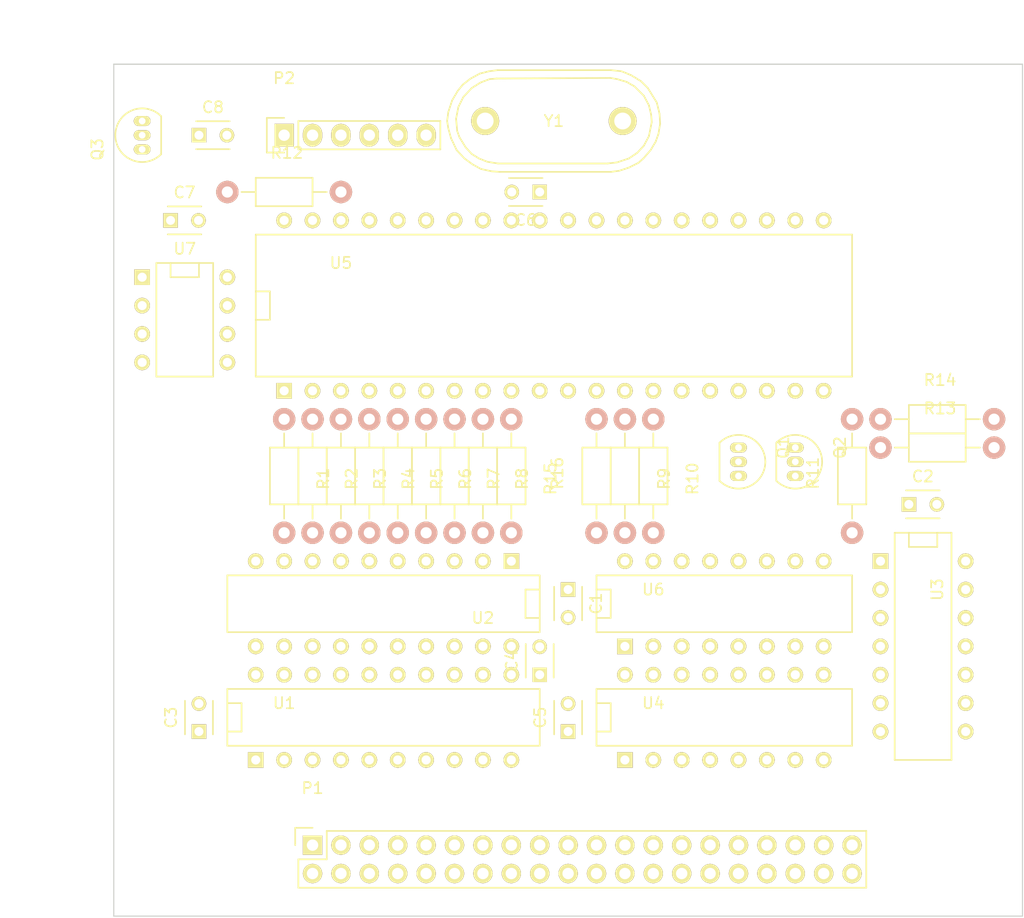
<source format=kicad_pcb>
(kicad_pcb (version 4) (host pcbnew "(after 2015-mar-04 BZR unknown)-product")

  (general
    (links 136)
    (no_connects 136)
    (area 96.469999 62.179999 177.850001 138.480001)
    (thickness 1.6)
    (drawings 7)
    (tracks 0)
    (zones 0)
    (modules 37)
    (nets 96)
  )

  (page A4)
  (layers
    (0 F.Cu signal)
    (31 B.Cu signal)
    (32 B.Adhes user)
    (33 F.Adhes user)
    (34 B.Paste user)
    (35 F.Paste user)
    (36 B.SilkS user)
    (37 F.SilkS user)
    (38 B.Mask user)
    (39 F.Mask user)
    (40 Dwgs.User user)
    (41 Cmts.User user)
    (42 Eco1.User user)
    (43 Eco2.User user)
    (44 Edge.Cuts user)
    (45 Margin user)
    (46 B.CrtYd user)
    (47 F.CrtYd user)
    (48 B.Fab user)
    (49 F.Fab user)
  )

  (setup
    (last_trace_width 0.25)
    (trace_clearance 0.2)
    (zone_clearance 0.508)
    (zone_45_only no)
    (trace_min 0.2)
    (segment_width 0.2)
    (edge_width 0.1)
    (via_size 0.6)
    (via_drill 0.4)
    (via_min_size 0.4)
    (via_min_drill 0.3)
    (uvia_size 0.3)
    (uvia_drill 0.1)
    (uvias_allowed no)
    (uvia_min_size 0.2)
    (uvia_min_drill 0.1)
    (pcb_text_width 0.3)
    (pcb_text_size 1.5 1.5)
    (mod_edge_width 0.15)
    (mod_text_size 1 1)
    (mod_text_width 0.15)
    (pad_size 1.5 1.5)
    (pad_drill 0.6)
    (pad_to_mask_clearance 0)
    (aux_axis_origin 0 0)
    (visible_elements FFFFFF7F)
    (pcbplotparams
      (layerselection 0x00030_80000001)
      (usegerberextensions false)
      (excludeedgelayer true)
      (linewidth 0.100000)
      (plotframeref false)
      (viasonmask false)
      (mode 1)
      (useauxorigin false)
      (hpglpennumber 1)
      (hpglpenspeed 20)
      (hpglpendiameter 15)
      (hpglpenoverlay 2)
      (psnegative false)
      (psa4output false)
      (plotreference true)
      (plotvalue true)
      (plotinvisibletext false)
      (padsonsilk false)
      (subtractmaskfromsilk false)
      (outputformat 1)
      (mirror false)
      (drillshape 1)
      (scaleselection 1)
      (outputdirectory ""))
  )

  (net 0 "")
  (net 1 GND)
  (net 2 5V)
  (net 3 "Net-(C8-Pad1)")
  (net 4 DTR)
  (net 5 A0)
  (net 6 D0)
  (net 7 A1)
  (net 8 D1)
  (net 9 A2)
  (net 10 D2)
  (net 11 A3)
  (net 12 D3)
  (net 13 A4)
  (net 14 D4)
  (net 15 A5)
  (net 16 D5)
  (net 17 A6)
  (net 18 D6)
  (net 19 A7)
  (net 20 D7)
  (net 21 "Net-(P1-Pad18)")
  (net 22 "Net-(P1-Pad24)")
  (net 23 A8)
  (net 24 R/~W)
  (net 25 A9)
  (net 26 PHI2)
  (net 27 A10)
  (net 28 ~IRQ)
  (net 29 A11)
  (net 30 RDY)
  (net 31 A12)
  (net 32 "Net-(P1-Pad34)")
  (net 33 A13)
  (net 34 "Net-(P1-Pad36)")
  (net 35 A14)
  (net 36 "Net-(P1-Pad38)")
  (net 37 A15)
  (net 38 "Net-(P1-Pad40)")
  (net 39 RX)
  (net 40 TX)
  (net 41 "Net-(P2-Pad4)")
  (net 42 ~RDY)
  (net 43 IRQ)
  (net 44 RES)
  (net 45 DA0)
  (net 46 R0)
  (net 47 DA1)
  (net 48 R1)
  (net 49 DA2)
  (net 50 R2)
  (net 51 DA3)
  (net 52 R3)
  (net 53 DA4)
  (net 54 R4)
  (net 55 DA5)
  (net 56 R5)
  (net 57 DA6)
  (net 58 R6)
  (net 59 DA7)
  (net 60 R7)
  (net 61 DA8)
  (net 62 DA9)
  (net 63 DEN/~AEN)
  (net 64 "Net-(R12-Pad1)")
  (net 65 SDA)
  (net 66 ~AEN)
  (net 67 ~DEN)
  (net 68 ~CS)
  (net 69 "Net-(U3-Pad10)")
  (net 70 "Net-(U3-Pad13)")
  (net 71 "Net-(U4-Pad9)")
  (net 72 "Net-(U4-Pad10)")
  (net 73 "Net-(U4-Pad11)")
  (net 74 "Net-(U4-Pad12)")
  (net 75 "Net-(U4-Pad13)")
  (net 76 "Net-(U4-Pad14)")
  (net 77 "Net-(U4-Pad15)")
  (net 78 P10)
  (net 79 P11)
  (net 80 P12)
  (net 81 "Net-(U5-Pad21)")
  (net 82 "Net-(U5-Pad22)")
  (net 83 "Net-(U5-Pad23)")
  (net 84 "Net-(U5-Pad24)")
  (net 85 "Net-(U5-Pad25)")
  (net 86 "Net-(U5-Pad26)")
  (net 87 "Net-(U5-Pad27)")
  (net 88 "Net-(U5-Pad28)")
  (net 89 "Net-(U5-Pad30)")
  (net 90 "Net-(U5-Pad31)")
  (net 91 "Net-(U5-Pad33)")
  (net 92 "Net-(U5-Pad34)")
  (net 93 "Net-(U5-Pad35)")
  (net 94 "Net-(U5-Pad36)")
  (net 95 SCL)

  (net_class Default "This is the default net class."
    (clearance 0.2)
    (trace_width 0.25)
    (via_dia 0.6)
    (via_drill 0.4)
    (uvia_dia 0.3)
    (uvia_drill 0.1)
    (add_net 5V)
    (add_net A0)
    (add_net A1)
    (add_net A10)
    (add_net A11)
    (add_net A12)
    (add_net A13)
    (add_net A14)
    (add_net A15)
    (add_net A2)
    (add_net A3)
    (add_net A4)
    (add_net A5)
    (add_net A6)
    (add_net A7)
    (add_net A8)
    (add_net A9)
    (add_net D0)
    (add_net D1)
    (add_net D2)
    (add_net D3)
    (add_net D4)
    (add_net D5)
    (add_net D6)
    (add_net D7)
    (add_net DA0)
    (add_net DA1)
    (add_net DA2)
    (add_net DA3)
    (add_net DA4)
    (add_net DA5)
    (add_net DA6)
    (add_net DA7)
    (add_net DA8)
    (add_net DA9)
    (add_net DEN/~AEN)
    (add_net DTR)
    (add_net GND)
    (add_net IRQ)
    (add_net "Net-(C8-Pad1)")
    (add_net "Net-(P1-Pad18)")
    (add_net "Net-(P1-Pad24)")
    (add_net "Net-(P1-Pad34)")
    (add_net "Net-(P1-Pad36)")
    (add_net "Net-(P1-Pad38)")
    (add_net "Net-(P1-Pad40)")
    (add_net "Net-(P2-Pad4)")
    (add_net "Net-(R12-Pad1)")
    (add_net "Net-(U3-Pad10)")
    (add_net "Net-(U3-Pad13)")
    (add_net "Net-(U4-Pad10)")
    (add_net "Net-(U4-Pad11)")
    (add_net "Net-(U4-Pad12)")
    (add_net "Net-(U4-Pad13)")
    (add_net "Net-(U4-Pad14)")
    (add_net "Net-(U4-Pad15)")
    (add_net "Net-(U4-Pad9)")
    (add_net "Net-(U5-Pad21)")
    (add_net "Net-(U5-Pad22)")
    (add_net "Net-(U5-Pad23)")
    (add_net "Net-(U5-Pad24)")
    (add_net "Net-(U5-Pad25)")
    (add_net "Net-(U5-Pad26)")
    (add_net "Net-(U5-Pad27)")
    (add_net "Net-(U5-Pad28)")
    (add_net "Net-(U5-Pad30)")
    (add_net "Net-(U5-Pad31)")
    (add_net "Net-(U5-Pad33)")
    (add_net "Net-(U5-Pad34)")
    (add_net "Net-(U5-Pad35)")
    (add_net "Net-(U5-Pad36)")
    (add_net P10)
    (add_net P11)
    (add_net P12)
    (add_net PHI2)
    (add_net R/~W)
    (add_net R0)
    (add_net R1)
    (add_net R2)
    (add_net R3)
    (add_net R4)
    (add_net R5)
    (add_net R6)
    (add_net R7)
    (add_net RDY)
    (add_net RES)
    (add_net RX)
    (add_net SCL)
    (add_net SDA)
    (add_net TX)
    (add_net ~AEN)
    (add_net ~CS)
    (add_net ~DEN)
    (add_net ~IRQ)
    (add_net ~RDY)
  )

  (module Capacitors_ThroughHole:C_Disc_D3_P2.5 (layer F.Cu) (tedit 0) (tstamp 559D0AC9)
    (at 137.16 109.22 270)
    (descr "Capacitor 3mm Disc, Pitch 2.5mm")
    (tags Capacitor)
    (path /559D962D)
    (fp_text reference C1 (at 1.25 -2.5 270) (layer F.SilkS)
      (effects (font (size 1 1) (thickness 0.15)))
    )
    (fp_text value 10n (at 1.25 2.5 270) (layer F.Fab)
      (effects (font (size 1 1) (thickness 0.15)))
    )
    (fp_line (start -0.9 -1.5) (end 3.4 -1.5) (layer F.CrtYd) (width 0.05))
    (fp_line (start 3.4 -1.5) (end 3.4 1.5) (layer F.CrtYd) (width 0.05))
    (fp_line (start 3.4 1.5) (end -0.9 1.5) (layer F.CrtYd) (width 0.05))
    (fp_line (start -0.9 1.5) (end -0.9 -1.5) (layer F.CrtYd) (width 0.05))
    (fp_line (start -0.25 -1.25) (end 2.75 -1.25) (layer F.SilkS) (width 0.15))
    (fp_line (start 2.75 1.25) (end -0.25 1.25) (layer F.SilkS) (width 0.15))
    (pad 1 thru_hole rect (at 0 0 270) (size 1.3 1.3) (drill 0.8) (layers *.Cu *.Mask F.SilkS)
      (net 1 GND))
    (pad 2 thru_hole circle (at 2.5 0 270) (size 1.3 1.3) (drill 0.8001) (layers *.Cu *.Mask F.SilkS)
      (net 2 5V))
    (model Capacitors_ThroughHole.3dshapes/C_Disc_D3_P2.5.wrl
      (at (xyz 0.0492126 0 0))
      (scale (xyz 1 1 1))
      (rotate (xyz 0 0 0))
    )
  )

  (module Capacitors_ThroughHole:C_Disc_D3_P2.5 (layer F.Cu) (tedit 0) (tstamp 559D0ACF)
    (at 167.64 101.6)
    (descr "Capacitor 3mm Disc, Pitch 2.5mm")
    (tags Capacitor)
    (path /559D9716)
    (fp_text reference C2 (at 1.25 -2.5) (layer F.SilkS)
      (effects (font (size 1 1) (thickness 0.15)))
    )
    (fp_text value 10n (at 1.25 2.5) (layer F.Fab)
      (effects (font (size 1 1) (thickness 0.15)))
    )
    (fp_line (start -0.9 -1.5) (end 3.4 -1.5) (layer F.CrtYd) (width 0.05))
    (fp_line (start 3.4 -1.5) (end 3.4 1.5) (layer F.CrtYd) (width 0.05))
    (fp_line (start 3.4 1.5) (end -0.9 1.5) (layer F.CrtYd) (width 0.05))
    (fp_line (start -0.9 1.5) (end -0.9 -1.5) (layer F.CrtYd) (width 0.05))
    (fp_line (start -0.25 -1.25) (end 2.75 -1.25) (layer F.SilkS) (width 0.15))
    (fp_line (start 2.75 1.25) (end -0.25 1.25) (layer F.SilkS) (width 0.15))
    (pad 1 thru_hole rect (at 0 0) (size 1.3 1.3) (drill 0.8) (layers *.Cu *.Mask F.SilkS)
      (net 1 GND))
    (pad 2 thru_hole circle (at 2.5 0) (size 1.3 1.3) (drill 0.8001) (layers *.Cu *.Mask F.SilkS)
      (net 2 5V))
    (model Capacitors_ThroughHole.3dshapes/C_Disc_D3_P2.5.wrl
      (at (xyz 0.0492126 0 0))
      (scale (xyz 1 1 1))
      (rotate (xyz 0 0 0))
    )
  )

  (module Capacitors_ThroughHole:C_Disc_D3_P2.5 (layer F.Cu) (tedit 0) (tstamp 559D0AD5)
    (at 104.14 121.92 90)
    (descr "Capacitor 3mm Disc, Pitch 2.5mm")
    (tags Capacitor)
    (path /559D9794)
    (fp_text reference C3 (at 1.25 -2.5 90) (layer F.SilkS)
      (effects (font (size 1 1) (thickness 0.15)))
    )
    (fp_text value 10n (at 1.25 2.5 90) (layer F.Fab)
      (effects (font (size 1 1) (thickness 0.15)))
    )
    (fp_line (start -0.9 -1.5) (end 3.4 -1.5) (layer F.CrtYd) (width 0.05))
    (fp_line (start 3.4 -1.5) (end 3.4 1.5) (layer F.CrtYd) (width 0.05))
    (fp_line (start 3.4 1.5) (end -0.9 1.5) (layer F.CrtYd) (width 0.05))
    (fp_line (start -0.9 1.5) (end -0.9 -1.5) (layer F.CrtYd) (width 0.05))
    (fp_line (start -0.25 -1.25) (end 2.75 -1.25) (layer F.SilkS) (width 0.15))
    (fp_line (start 2.75 1.25) (end -0.25 1.25) (layer F.SilkS) (width 0.15))
    (pad 1 thru_hole rect (at 0 0 90) (size 1.3 1.3) (drill 0.8) (layers *.Cu *.Mask F.SilkS)
      (net 1 GND))
    (pad 2 thru_hole circle (at 2.5 0 90) (size 1.3 1.3) (drill 0.8001) (layers *.Cu *.Mask F.SilkS)
      (net 2 5V))
    (model Capacitors_ThroughHole.3dshapes/C_Disc_D3_P2.5.wrl
      (at (xyz 0.0492126 0 0))
      (scale (xyz 1 1 1))
      (rotate (xyz 0 0 0))
    )
  )

  (module Capacitors_ThroughHole:C_Disc_D3_P2.5 (layer F.Cu) (tedit 0) (tstamp 559D0ADB)
    (at 134.62 116.84 90)
    (descr "Capacitor 3mm Disc, Pitch 2.5mm")
    (tags Capacitor)
    (path /559D9804)
    (fp_text reference C4 (at 1.25 -2.5 90) (layer F.SilkS)
      (effects (font (size 1 1) (thickness 0.15)))
    )
    (fp_text value 10n (at 1.25 2.5 90) (layer F.Fab)
      (effects (font (size 1 1) (thickness 0.15)))
    )
    (fp_line (start -0.9 -1.5) (end 3.4 -1.5) (layer F.CrtYd) (width 0.05))
    (fp_line (start 3.4 -1.5) (end 3.4 1.5) (layer F.CrtYd) (width 0.05))
    (fp_line (start 3.4 1.5) (end -0.9 1.5) (layer F.CrtYd) (width 0.05))
    (fp_line (start -0.9 1.5) (end -0.9 -1.5) (layer F.CrtYd) (width 0.05))
    (fp_line (start -0.25 -1.25) (end 2.75 -1.25) (layer F.SilkS) (width 0.15))
    (fp_line (start 2.75 1.25) (end -0.25 1.25) (layer F.SilkS) (width 0.15))
    (pad 1 thru_hole rect (at 0 0 90) (size 1.3 1.3) (drill 0.8) (layers *.Cu *.Mask F.SilkS)
      (net 1 GND))
    (pad 2 thru_hole circle (at 2.5 0 90) (size 1.3 1.3) (drill 0.8001) (layers *.Cu *.Mask F.SilkS)
      (net 2 5V))
    (model Capacitors_ThroughHole.3dshapes/C_Disc_D3_P2.5.wrl
      (at (xyz 0.0492126 0 0))
      (scale (xyz 1 1 1))
      (rotate (xyz 0 0 0))
    )
  )

  (module Capacitors_ThroughHole:C_Disc_D3_P2.5 (layer F.Cu) (tedit 0) (tstamp 559D0AE1)
    (at 137.16 121.92 90)
    (descr "Capacitor 3mm Disc, Pitch 2.5mm")
    (tags Capacitor)
    (path /559D9878)
    (fp_text reference C5 (at 1.25 -2.5 90) (layer F.SilkS)
      (effects (font (size 1 1) (thickness 0.15)))
    )
    (fp_text value 10n (at 1.25 2.5 90) (layer F.Fab)
      (effects (font (size 1 1) (thickness 0.15)))
    )
    (fp_line (start -0.9 -1.5) (end 3.4 -1.5) (layer F.CrtYd) (width 0.05))
    (fp_line (start 3.4 -1.5) (end 3.4 1.5) (layer F.CrtYd) (width 0.05))
    (fp_line (start 3.4 1.5) (end -0.9 1.5) (layer F.CrtYd) (width 0.05))
    (fp_line (start -0.9 1.5) (end -0.9 -1.5) (layer F.CrtYd) (width 0.05))
    (fp_line (start -0.25 -1.25) (end 2.75 -1.25) (layer F.SilkS) (width 0.15))
    (fp_line (start 2.75 1.25) (end -0.25 1.25) (layer F.SilkS) (width 0.15))
    (pad 1 thru_hole rect (at 0 0 90) (size 1.3 1.3) (drill 0.8) (layers *.Cu *.Mask F.SilkS)
      (net 1 GND))
    (pad 2 thru_hole circle (at 2.5 0 90) (size 1.3 1.3) (drill 0.8001) (layers *.Cu *.Mask F.SilkS)
      (net 2 5V))
    (model Capacitors_ThroughHole.3dshapes/C_Disc_D3_P2.5.wrl
      (at (xyz 0.0492126 0 0))
      (scale (xyz 1 1 1))
      (rotate (xyz 0 0 0))
    )
  )

  (module Capacitors_ThroughHole:C_Disc_D3_P2.5 (layer F.Cu) (tedit 0) (tstamp 559D0AE7)
    (at 134.62 73.66 180)
    (descr "Capacitor 3mm Disc, Pitch 2.5mm")
    (tags Capacitor)
    (path /559D98E0)
    (fp_text reference C6 (at 1.25 -2.5 180) (layer F.SilkS)
      (effects (font (size 1 1) (thickness 0.15)))
    )
    (fp_text value 10n (at 1.25 2.5 180) (layer F.Fab)
      (effects (font (size 1 1) (thickness 0.15)))
    )
    (fp_line (start -0.9 -1.5) (end 3.4 -1.5) (layer F.CrtYd) (width 0.05))
    (fp_line (start 3.4 -1.5) (end 3.4 1.5) (layer F.CrtYd) (width 0.05))
    (fp_line (start 3.4 1.5) (end -0.9 1.5) (layer F.CrtYd) (width 0.05))
    (fp_line (start -0.9 1.5) (end -0.9 -1.5) (layer F.CrtYd) (width 0.05))
    (fp_line (start -0.25 -1.25) (end 2.75 -1.25) (layer F.SilkS) (width 0.15))
    (fp_line (start 2.75 1.25) (end -0.25 1.25) (layer F.SilkS) (width 0.15))
    (pad 1 thru_hole rect (at 0 0 180) (size 1.3 1.3) (drill 0.8) (layers *.Cu *.Mask F.SilkS)
      (net 1 GND))
    (pad 2 thru_hole circle (at 2.5 0 180) (size 1.3 1.3) (drill 0.8001) (layers *.Cu *.Mask F.SilkS)
      (net 2 5V))
    (model Capacitors_ThroughHole.3dshapes/C_Disc_D3_P2.5.wrl
      (at (xyz 0.0492126 0 0))
      (scale (xyz 1 1 1))
      (rotate (xyz 0 0 0))
    )
  )

  (module Capacitors_ThroughHole:C_Disc_D3_P2.5 (layer F.Cu) (tedit 0) (tstamp 559D0AED)
    (at 101.6 76.2)
    (descr "Capacitor 3mm Disc, Pitch 2.5mm")
    (tags Capacitor)
    (path /559E0755)
    (fp_text reference C7 (at 1.25 -2.5) (layer F.SilkS)
      (effects (font (size 1 1) (thickness 0.15)))
    )
    (fp_text value 10n (at 1.25 2.5) (layer F.Fab)
      (effects (font (size 1 1) (thickness 0.15)))
    )
    (fp_line (start -0.9 -1.5) (end 3.4 -1.5) (layer F.CrtYd) (width 0.05))
    (fp_line (start 3.4 -1.5) (end 3.4 1.5) (layer F.CrtYd) (width 0.05))
    (fp_line (start 3.4 1.5) (end -0.9 1.5) (layer F.CrtYd) (width 0.05))
    (fp_line (start -0.9 1.5) (end -0.9 -1.5) (layer F.CrtYd) (width 0.05))
    (fp_line (start -0.25 -1.25) (end 2.75 -1.25) (layer F.SilkS) (width 0.15))
    (fp_line (start 2.75 1.25) (end -0.25 1.25) (layer F.SilkS) (width 0.15))
    (pad 1 thru_hole rect (at 0 0) (size 1.3 1.3) (drill 0.8) (layers *.Cu *.Mask F.SilkS)
      (net 1 GND))
    (pad 2 thru_hole circle (at 2.5 0) (size 1.3 1.3) (drill 0.8001) (layers *.Cu *.Mask F.SilkS)
      (net 2 5V))
    (model Capacitors_ThroughHole.3dshapes/C_Disc_D3_P2.5.wrl
      (at (xyz 0.0492126 0 0))
      (scale (xyz 1 1 1))
      (rotate (xyz 0 0 0))
    )
  )

  (module Capacitors_ThroughHole:C_Disc_D3_P2.5 (layer F.Cu) (tedit 0) (tstamp 559D0AF3)
    (at 104.14 68.58)
    (descr "Capacitor 3mm Disc, Pitch 2.5mm")
    (tags Capacitor)
    (path /559D5890)
    (fp_text reference C8 (at 1.25 -2.5) (layer F.SilkS)
      (effects (font (size 1 1) (thickness 0.15)))
    )
    (fp_text value 10n (at 1.25 2.5) (layer F.Fab)
      (effects (font (size 1 1) (thickness 0.15)))
    )
    (fp_line (start -0.9 -1.5) (end 3.4 -1.5) (layer F.CrtYd) (width 0.05))
    (fp_line (start 3.4 -1.5) (end 3.4 1.5) (layer F.CrtYd) (width 0.05))
    (fp_line (start 3.4 1.5) (end -0.9 1.5) (layer F.CrtYd) (width 0.05))
    (fp_line (start -0.9 1.5) (end -0.9 -1.5) (layer F.CrtYd) (width 0.05))
    (fp_line (start -0.25 -1.25) (end 2.75 -1.25) (layer F.SilkS) (width 0.15))
    (fp_line (start 2.75 1.25) (end -0.25 1.25) (layer F.SilkS) (width 0.15))
    (pad 1 thru_hole rect (at 0 0) (size 1.3 1.3) (drill 0.8) (layers *.Cu *.Mask F.SilkS)
      (net 3 "Net-(C8-Pad1)"))
    (pad 2 thru_hole circle (at 2.5 0) (size 1.3 1.3) (drill 0.8001) (layers *.Cu *.Mask F.SilkS)
      (net 4 DTR))
    (model Capacitors_ThroughHole.3dshapes/C_Disc_D3_P2.5.wrl
      (at (xyz 0.0492126 0 0))
      (scale (xyz 1 1 1))
      (rotate (xyz 0 0 0))
    )
  )

  (module Socket_Strips:Socket_Strip_Straight_2x20 (layer F.Cu) (tedit 0) (tstamp 559D0B1F)
    (at 114.3 132.08)
    (descr "Through hole socket strip")
    (tags "socket strip")
    (path /559CE1CC)
    (fp_text reference P1 (at 0 -5.1) (layer F.SilkS)
      (effects (font (size 1 1) (thickness 0.15)))
    )
    (fp_text value "BURI BUS" (at 0 -3.1) (layer F.Fab)
      (effects (font (size 1 1) (thickness 0.15)))
    )
    (fp_line (start -1.75 -1.75) (end -1.75 4.3) (layer F.CrtYd) (width 0.05))
    (fp_line (start 50.05 -1.75) (end 50.05 4.3) (layer F.CrtYd) (width 0.05))
    (fp_line (start -1.75 -1.75) (end 50.05 -1.75) (layer F.CrtYd) (width 0.05))
    (fp_line (start -1.75 4.3) (end 50.05 4.3) (layer F.CrtYd) (width 0.05))
    (fp_line (start 49.53 3.81) (end -1.27 3.81) (layer F.SilkS) (width 0.15))
    (fp_line (start 1.27 -1.27) (end 49.53 -1.27) (layer F.SilkS) (width 0.15))
    (fp_line (start 49.53 3.81) (end 49.53 -1.27) (layer F.SilkS) (width 0.15))
    (fp_line (start -1.27 3.81) (end -1.27 1.27) (layer F.SilkS) (width 0.15))
    (fp_line (start 0 -1.55) (end -1.55 -1.55) (layer F.SilkS) (width 0.15))
    (fp_line (start -1.27 1.27) (end 1.27 1.27) (layer F.SilkS) (width 0.15))
    (fp_line (start 1.27 1.27) (end 1.27 -1.27) (layer F.SilkS) (width 0.15))
    (fp_line (start -1.55 -1.55) (end -1.55 0) (layer F.SilkS) (width 0.15))
    (pad 1 thru_hole rect (at 0 0) (size 1.7272 1.7272) (drill 1.016) (layers *.Cu *.Mask F.SilkS)
      (net 5 A0))
    (pad 2 thru_hole oval (at 0 2.54) (size 1.7272 1.7272) (drill 1.016) (layers *.Cu *.Mask F.SilkS)
      (net 6 D0))
    (pad 3 thru_hole oval (at 2.54 0) (size 1.7272 1.7272) (drill 1.016) (layers *.Cu *.Mask F.SilkS)
      (net 7 A1))
    (pad 4 thru_hole oval (at 2.54 2.54) (size 1.7272 1.7272) (drill 1.016) (layers *.Cu *.Mask F.SilkS)
      (net 8 D1))
    (pad 5 thru_hole oval (at 5.08 0) (size 1.7272 1.7272) (drill 1.016) (layers *.Cu *.Mask F.SilkS)
      (net 9 A2))
    (pad 6 thru_hole oval (at 5.08 2.54) (size 1.7272 1.7272) (drill 1.016) (layers *.Cu *.Mask F.SilkS)
      (net 10 D2))
    (pad 7 thru_hole oval (at 7.62 0) (size 1.7272 1.7272) (drill 1.016) (layers *.Cu *.Mask F.SilkS)
      (net 11 A3))
    (pad 8 thru_hole oval (at 7.62 2.54) (size 1.7272 1.7272) (drill 1.016) (layers *.Cu *.Mask F.SilkS)
      (net 12 D3))
    (pad 9 thru_hole oval (at 10.16 0) (size 1.7272 1.7272) (drill 1.016) (layers *.Cu *.Mask F.SilkS)
      (net 13 A4))
    (pad 10 thru_hole oval (at 10.16 2.54) (size 1.7272 1.7272) (drill 1.016) (layers *.Cu *.Mask F.SilkS)
      (net 14 D4))
    (pad 11 thru_hole oval (at 12.7 0) (size 1.7272 1.7272) (drill 1.016) (layers *.Cu *.Mask F.SilkS)
      (net 15 A5))
    (pad 12 thru_hole oval (at 12.7 2.54) (size 1.7272 1.7272) (drill 1.016) (layers *.Cu *.Mask F.SilkS)
      (net 16 D5))
    (pad 13 thru_hole oval (at 15.24 0) (size 1.7272 1.7272) (drill 1.016) (layers *.Cu *.Mask F.SilkS)
      (net 17 A6))
    (pad 14 thru_hole oval (at 15.24 2.54) (size 1.7272 1.7272) (drill 1.016) (layers *.Cu *.Mask F.SilkS)
      (net 18 D6))
    (pad 15 thru_hole oval (at 17.78 0) (size 1.7272 1.7272) (drill 1.016) (layers *.Cu *.Mask F.SilkS)
      (net 19 A7))
    (pad 16 thru_hole oval (at 17.78 2.54) (size 1.7272 1.7272) (drill 1.016) (layers *.Cu *.Mask F.SilkS)
      (net 20 D7))
    (pad 17 thru_hole oval (at 20.32 0) (size 1.7272 1.7272) (drill 1.016) (layers *.Cu *.Mask F.SilkS)
      (net 2 5V))
    (pad 18 thru_hole oval (at 20.32 2.54) (size 1.7272 1.7272) (drill 1.016) (layers *.Cu *.Mask F.SilkS)
      (net 21 "Net-(P1-Pad18)"))
    (pad 19 thru_hole oval (at 22.86 0) (size 1.7272 1.7272) (drill 1.016) (layers *.Cu *.Mask F.SilkS)
      (net 2 5V))
    (pad 20 thru_hole oval (at 22.86 2.54) (size 1.7272 1.7272) (drill 1.016) (layers *.Cu *.Mask F.SilkS)
      (net 1 GND))
    (pad 21 thru_hole oval (at 25.4 0) (size 1.7272 1.7272) (drill 1.016) (layers *.Cu *.Mask F.SilkS)
      (net 2 5V))
    (pad 22 thru_hole oval (at 25.4 2.54) (size 1.7272 1.7272) (drill 1.016) (layers *.Cu *.Mask F.SilkS)
      (net 1 GND))
    (pad 23 thru_hole oval (at 27.94 0) (size 1.7272 1.7272) (drill 1.016) (layers *.Cu *.Mask F.SilkS)
      (net 2 5V))
    (pad 24 thru_hole oval (at 27.94 2.54) (size 1.7272 1.7272) (drill 1.016) (layers *.Cu *.Mask F.SilkS)
      (net 22 "Net-(P1-Pad24)"))
    (pad 25 thru_hole oval (at 30.48 0) (size 1.7272 1.7272) (drill 1.016) (layers *.Cu *.Mask F.SilkS)
      (net 23 A8))
    (pad 26 thru_hole oval (at 30.48 2.54) (size 1.7272 1.7272) (drill 1.016) (layers *.Cu *.Mask F.SilkS)
      (net 24 R/~W))
    (pad 27 thru_hole oval (at 33.02 0) (size 1.7272 1.7272) (drill 1.016) (layers *.Cu *.Mask F.SilkS)
      (net 25 A9))
    (pad 28 thru_hole oval (at 33.02 2.54) (size 1.7272 1.7272) (drill 1.016) (layers *.Cu *.Mask F.SilkS)
      (net 26 PHI2))
    (pad 29 thru_hole oval (at 35.56 0) (size 1.7272 1.7272) (drill 1.016) (layers *.Cu *.Mask F.SilkS)
      (net 27 A10))
    (pad 30 thru_hole oval (at 35.56 2.54) (size 1.7272 1.7272) (drill 1.016) (layers *.Cu *.Mask F.SilkS)
      (net 28 ~IRQ))
    (pad 31 thru_hole oval (at 38.1 0) (size 1.7272 1.7272) (drill 1.016) (layers *.Cu *.Mask F.SilkS)
      (net 29 A11))
    (pad 32 thru_hole oval (at 38.1 2.54) (size 1.7272 1.7272) (drill 1.016) (layers *.Cu *.Mask F.SilkS)
      (net 30 RDY))
    (pad 33 thru_hole oval (at 40.64 0) (size 1.7272 1.7272) (drill 1.016) (layers *.Cu *.Mask F.SilkS)
      (net 31 A12))
    (pad 34 thru_hole oval (at 40.64 2.54) (size 1.7272 1.7272) (drill 1.016) (layers *.Cu *.Mask F.SilkS)
      (net 32 "Net-(P1-Pad34)"))
    (pad 35 thru_hole oval (at 43.18 0) (size 1.7272 1.7272) (drill 1.016) (layers *.Cu *.Mask F.SilkS)
      (net 33 A13))
    (pad 36 thru_hole oval (at 43.18 2.54) (size 1.7272 1.7272) (drill 1.016) (layers *.Cu *.Mask F.SilkS)
      (net 34 "Net-(P1-Pad36)"))
    (pad 37 thru_hole oval (at 45.72 0) (size 1.7272 1.7272) (drill 1.016) (layers *.Cu *.Mask F.SilkS)
      (net 35 A14))
    (pad 38 thru_hole oval (at 45.72 2.54) (size 1.7272 1.7272) (drill 1.016) (layers *.Cu *.Mask F.SilkS)
      (net 36 "Net-(P1-Pad38)"))
    (pad 39 thru_hole oval (at 48.26 0) (size 1.7272 1.7272) (drill 1.016) (layers *.Cu *.Mask F.SilkS)
      (net 37 A15))
    (pad 40 thru_hole oval (at 48.26 2.54) (size 1.7272 1.7272) (drill 1.016) (layers *.Cu *.Mask F.SilkS)
      (net 38 "Net-(P1-Pad40)"))
    (model Socket_Strips.3dshapes/Socket_Strip_Straight_2x20.wrl
      (at (xyz 0.95 -0.05 0))
      (scale (xyz 1 1 1))
      (rotate (xyz 0 0 180))
    )
  )

  (module Socket_Strips:Socket_Strip_Straight_1x06 (layer F.Cu) (tedit 0) (tstamp 559D0B29)
    (at 111.76 68.58)
    (descr "Through hole socket strip")
    (tags "socket strip")
    (path /559D52DC)
    (fp_text reference P2 (at 0 -5.1) (layer F.SilkS)
      (effects (font (size 1 1) (thickness 0.15)))
    )
    (fp_text value SERIAL (at 0 -3.1) (layer F.Fab)
      (effects (font (size 1 1) (thickness 0.15)))
    )
    (fp_line (start -1.75 -1.75) (end -1.75 1.75) (layer F.CrtYd) (width 0.05))
    (fp_line (start 14.45 -1.75) (end 14.45 1.75) (layer F.CrtYd) (width 0.05))
    (fp_line (start -1.75 -1.75) (end 14.45 -1.75) (layer F.CrtYd) (width 0.05))
    (fp_line (start -1.75 1.75) (end 14.45 1.75) (layer F.CrtYd) (width 0.05))
    (fp_line (start 1.27 1.27) (end 13.97 1.27) (layer F.SilkS) (width 0.15))
    (fp_line (start 13.97 1.27) (end 13.97 -1.27) (layer F.SilkS) (width 0.15))
    (fp_line (start 13.97 -1.27) (end 1.27 -1.27) (layer F.SilkS) (width 0.15))
    (fp_line (start -1.55 1.55) (end 0 1.55) (layer F.SilkS) (width 0.15))
    (fp_line (start 1.27 1.27) (end 1.27 -1.27) (layer F.SilkS) (width 0.15))
    (fp_line (start 0 -1.55) (end -1.55 -1.55) (layer F.SilkS) (width 0.15))
    (fp_line (start -1.55 -1.55) (end -1.55 1.55) (layer F.SilkS) (width 0.15))
    (pad 1 thru_hole rect (at 0 0) (size 1.7272 2.032) (drill 1.016) (layers *.Cu *.Mask F.SilkS)
      (net 4 DTR))
    (pad 2 thru_hole oval (at 2.54 0) (size 1.7272 2.032) (drill 1.016) (layers *.Cu *.Mask F.SilkS)
      (net 39 RX))
    (pad 3 thru_hole oval (at 5.08 0) (size 1.7272 2.032) (drill 1.016) (layers *.Cu *.Mask F.SilkS)
      (net 40 TX))
    (pad 4 thru_hole oval (at 7.62 0) (size 1.7272 2.032) (drill 1.016) (layers *.Cu *.Mask F.SilkS)
      (net 41 "Net-(P2-Pad4)"))
    (pad 5 thru_hole oval (at 10.16 0) (size 1.7272 2.032) (drill 1.016) (layers *.Cu *.Mask F.SilkS)
      (net 2 5V))
    (pad 6 thru_hole oval (at 12.7 0) (size 1.7272 2.032) (drill 1.016) (layers *.Cu *.Mask F.SilkS)
      (net 1 GND))
    (model Socket_Strips.3dshapes/Socket_Strip_Straight_1x06.wrl
      (at (xyz 0.25 0 0))
      (scale (xyz 1 1 1))
      (rotate (xyz 0 0 180))
    )
  )

  (module Housings_TO-92:TO-92_Inline_Narrow_Oval (layer F.Cu) (tedit 54F24281) (tstamp 559D0B30)
    (at 152.4 96.52 270)
    (descr "TO-92 leads in-line, narrow, oval pads, drill 0.6mm (see NXP sot054_po.pdf)")
    (tags "to-92 sc-43 sc-43a sot54 PA33 transistor")
    (path /559C67E2)
    (fp_text reference Q1 (at 0 -4 270) (layer F.SilkS)
      (effects (font (size 1 1) (thickness 0.15)))
    )
    (fp_text value BC546 (at 0 3 270) (layer F.Fab)
      (effects (font (size 1 1) (thickness 0.15)))
    )
    (fp_line (start -1.4 1.95) (end -1.4 -2.65) (layer F.CrtYd) (width 0.05))
    (fp_line (start -1.4 1.95) (end 3.95 1.95) (layer F.CrtYd) (width 0.05))
    (fp_line (start -0.43 1.7) (end 2.97 1.7) (layer F.SilkS) (width 0.15))
    (fp_arc (start 1.27 0) (end 1.27 -2.4) (angle -135) (layer F.SilkS) (width 0.15))
    (fp_arc (start 1.27 0) (end 1.27 -2.4) (angle 135) (layer F.SilkS) (width 0.15))
    (fp_line (start -1.4 -2.65) (end 3.95 -2.65) (layer F.CrtYd) (width 0.05))
    (fp_line (start 3.95 1.95) (end 3.95 -2.65) (layer F.CrtYd) (width 0.05))
    (pad 2 thru_hole oval (at 1.27 0 90) (size 0.89916 1.50114) (drill 0.6) (layers *.Cu *.Mask F.SilkS)
      (net 42 ~RDY))
    (pad 3 thru_hole oval (at 2.54 0 90) (size 0.89916 1.50114) (drill 0.6) (layers *.Cu *.Mask F.SilkS)
      (net 1 GND))
    (pad 1 thru_hole oval (at 0 0 90) (size 0.89916 1.50114) (drill 0.6) (layers *.Cu *.Mask F.SilkS)
      (net 30 RDY))
    (model Housings_TO-92.3dshapes/TO-92_Inline_Narrow_Oval.wrl
      (at (xyz 0.05 0 0))
      (scale (xyz 1 1 1))
      (rotate (xyz 0 0 -90))
    )
  )

  (module Housings_TO-92:TO-92_Inline_Narrow_Oval (layer F.Cu) (tedit 54F24281) (tstamp 559D0B37)
    (at 157.48 96.52 270)
    (descr "TO-92 leads in-line, narrow, oval pads, drill 0.6mm (see NXP sot054_po.pdf)")
    (tags "to-92 sc-43 sc-43a sot54 PA33 transistor")
    (path /559C6FB8)
    (fp_text reference Q2 (at 0 -4 270) (layer F.SilkS)
      (effects (font (size 1 1) (thickness 0.15)))
    )
    (fp_text value BC546 (at 0 3 270) (layer F.Fab)
      (effects (font (size 1 1) (thickness 0.15)))
    )
    (fp_line (start -1.4 1.95) (end -1.4 -2.65) (layer F.CrtYd) (width 0.05))
    (fp_line (start -1.4 1.95) (end 3.95 1.95) (layer F.CrtYd) (width 0.05))
    (fp_line (start -0.43 1.7) (end 2.97 1.7) (layer F.SilkS) (width 0.15))
    (fp_arc (start 1.27 0) (end 1.27 -2.4) (angle -135) (layer F.SilkS) (width 0.15))
    (fp_arc (start 1.27 0) (end 1.27 -2.4) (angle 135) (layer F.SilkS) (width 0.15))
    (fp_line (start -1.4 -2.65) (end 3.95 -2.65) (layer F.CrtYd) (width 0.05))
    (fp_line (start 3.95 1.95) (end 3.95 -2.65) (layer F.CrtYd) (width 0.05))
    (pad 2 thru_hole oval (at 1.27 0 90) (size 0.89916 1.50114) (drill 0.6) (layers *.Cu *.Mask F.SilkS)
      (net 43 IRQ))
    (pad 3 thru_hole oval (at 2.54 0 90) (size 0.89916 1.50114) (drill 0.6) (layers *.Cu *.Mask F.SilkS)
      (net 1 GND))
    (pad 1 thru_hole oval (at 0 0 90) (size 0.89916 1.50114) (drill 0.6) (layers *.Cu *.Mask F.SilkS)
      (net 28 ~IRQ))
    (model Housings_TO-92.3dshapes/TO-92_Inline_Narrow_Oval.wrl
      (at (xyz 0.05 0 0))
      (scale (xyz 1 1 1))
      (rotate (xyz 0 0 -90))
    )
  )

  (module Housings_TO-92:TO-92_Inline_Narrow_Oval (layer F.Cu) (tedit 54F24281) (tstamp 559D0B3E)
    (at 99.06 69.85 90)
    (descr "TO-92 leads in-line, narrow, oval pads, drill 0.6mm (see NXP sot054_po.pdf)")
    (tags "to-92 sc-43 sc-43a sot54 PA33 transistor")
    (path /559D5ADD)
    (fp_text reference Q3 (at 0 -4 90) (layer F.SilkS)
      (effects (font (size 1 1) (thickness 0.15)))
    )
    (fp_text value BC546 (at 0 3 90) (layer F.Fab)
      (effects (font (size 1 1) (thickness 0.15)))
    )
    (fp_line (start -1.4 1.95) (end -1.4 -2.65) (layer F.CrtYd) (width 0.05))
    (fp_line (start -1.4 1.95) (end 3.95 1.95) (layer F.CrtYd) (width 0.05))
    (fp_line (start -0.43 1.7) (end 2.97 1.7) (layer F.SilkS) (width 0.15))
    (fp_arc (start 1.27 0) (end 1.27 -2.4) (angle -135) (layer F.SilkS) (width 0.15))
    (fp_arc (start 1.27 0) (end 1.27 -2.4) (angle 135) (layer F.SilkS) (width 0.15))
    (fp_line (start -1.4 -2.65) (end 3.95 -2.65) (layer F.CrtYd) (width 0.05))
    (fp_line (start 3.95 1.95) (end 3.95 -2.65) (layer F.CrtYd) (width 0.05))
    (pad 2 thru_hole oval (at 1.27 0 270) (size 0.89916 1.50114) (drill 0.6) (layers *.Cu *.Mask F.SilkS)
      (net 3 "Net-(C8-Pad1)"))
    (pad 3 thru_hole oval (at 2.54 0 270) (size 0.89916 1.50114) (drill 0.6) (layers *.Cu *.Mask F.SilkS)
      (net 1 GND))
    (pad 1 thru_hole oval (at 0 0 270) (size 0.89916 1.50114) (drill 0.6) (layers *.Cu *.Mask F.SilkS)
      (net 44 RES))
    (model Housings_TO-92.3dshapes/TO-92_Inline_Narrow_Oval.wrl
      (at (xyz 0.05 0 0))
      (scale (xyz 1 1 1))
      (rotate (xyz 0 0 -90))
    )
  )

  (module Resistors_ThroughHole:Resistor_Horizontal_RM10mm (layer F.Cu) (tedit 53F56209) (tstamp 559D0B44)
    (at 111.76 99.06 270)
    (descr "Resistor, Axial,  RM 10mm, 1/3W,")
    (tags "Resistor, Axial, RM 10mm, 1/3W,")
    (path /559C19DC)
    (fp_text reference R1 (at 0.24892 -3.50012 270) (layer F.SilkS)
      (effects (font (size 1 1) (thickness 0.15)))
    )
    (fp_text value 2K7 (at 3.81 3.81 270) (layer F.Fab)
      (effects (font (size 1 1) (thickness 0.15)))
    )
    (fp_line (start -2.54 -1.27) (end 2.54 -1.27) (layer F.SilkS) (width 0.15))
    (fp_line (start 2.54 -1.27) (end 2.54 1.27) (layer F.SilkS) (width 0.15))
    (fp_line (start 2.54 1.27) (end -2.54 1.27) (layer F.SilkS) (width 0.15))
    (fp_line (start -2.54 1.27) (end -2.54 -1.27) (layer F.SilkS) (width 0.15))
    (fp_line (start -2.54 0) (end -3.81 0) (layer F.SilkS) (width 0.15))
    (fp_line (start 2.54 0) (end 3.81 0) (layer F.SilkS) (width 0.15))
    (pad 1 thru_hole circle (at -5.08 0 270) (size 1.99898 1.99898) (drill 1.00076) (layers *.Cu *.SilkS *.Mask)
      (net 45 DA0))
    (pad 2 thru_hole circle (at 5.08 0 270) (size 1.99898 1.99898) (drill 1.00076) (layers *.Cu *.SilkS *.Mask)
      (net 46 R0))
    (model Resistors_ThroughHole.3dshapes/Resistor_Horizontal_RM10mm.wrl
      (at (xyz 0 0 0))
      (scale (xyz 0.4 0.4 0.4))
      (rotate (xyz 0 0 0))
    )
  )

  (module Resistors_ThroughHole:Resistor_Horizontal_RM10mm (layer F.Cu) (tedit 53F56209) (tstamp 559D0B4A)
    (at 114.3 99.06 270)
    (descr "Resistor, Axial,  RM 10mm, 1/3W,")
    (tags "Resistor, Axial, RM 10mm, 1/3W,")
    (path /559C19E2)
    (fp_text reference R2 (at 0.24892 -3.50012 270) (layer F.SilkS)
      (effects (font (size 1 1) (thickness 0.15)))
    )
    (fp_text value 2K7 (at 3.81 3.81 270) (layer F.Fab)
      (effects (font (size 1 1) (thickness 0.15)))
    )
    (fp_line (start -2.54 -1.27) (end 2.54 -1.27) (layer F.SilkS) (width 0.15))
    (fp_line (start 2.54 -1.27) (end 2.54 1.27) (layer F.SilkS) (width 0.15))
    (fp_line (start 2.54 1.27) (end -2.54 1.27) (layer F.SilkS) (width 0.15))
    (fp_line (start -2.54 1.27) (end -2.54 -1.27) (layer F.SilkS) (width 0.15))
    (fp_line (start -2.54 0) (end -3.81 0) (layer F.SilkS) (width 0.15))
    (fp_line (start 2.54 0) (end 3.81 0) (layer F.SilkS) (width 0.15))
    (pad 1 thru_hole circle (at -5.08 0 270) (size 1.99898 1.99898) (drill 1.00076) (layers *.Cu *.SilkS *.Mask)
      (net 47 DA1))
    (pad 2 thru_hole circle (at 5.08 0 270) (size 1.99898 1.99898) (drill 1.00076) (layers *.Cu *.SilkS *.Mask)
      (net 48 R1))
    (model Resistors_ThroughHole.3dshapes/Resistor_Horizontal_RM10mm.wrl
      (at (xyz 0 0 0))
      (scale (xyz 0.4 0.4 0.4))
      (rotate (xyz 0 0 0))
    )
  )

  (module Resistors_ThroughHole:Resistor_Horizontal_RM10mm (layer F.Cu) (tedit 53F56209) (tstamp 559D0B50)
    (at 116.84 99.06 270)
    (descr "Resistor, Axial,  RM 10mm, 1/3W,")
    (tags "Resistor, Axial, RM 10mm, 1/3W,")
    (path /559C19E8)
    (fp_text reference R3 (at 0.24892 -3.50012 270) (layer F.SilkS)
      (effects (font (size 1 1) (thickness 0.15)))
    )
    (fp_text value 2K7 (at 3.81 3.81 270) (layer F.Fab)
      (effects (font (size 1 1) (thickness 0.15)))
    )
    (fp_line (start -2.54 -1.27) (end 2.54 -1.27) (layer F.SilkS) (width 0.15))
    (fp_line (start 2.54 -1.27) (end 2.54 1.27) (layer F.SilkS) (width 0.15))
    (fp_line (start 2.54 1.27) (end -2.54 1.27) (layer F.SilkS) (width 0.15))
    (fp_line (start -2.54 1.27) (end -2.54 -1.27) (layer F.SilkS) (width 0.15))
    (fp_line (start -2.54 0) (end -3.81 0) (layer F.SilkS) (width 0.15))
    (fp_line (start 2.54 0) (end 3.81 0) (layer F.SilkS) (width 0.15))
    (pad 1 thru_hole circle (at -5.08 0 270) (size 1.99898 1.99898) (drill 1.00076) (layers *.Cu *.SilkS *.Mask)
      (net 49 DA2))
    (pad 2 thru_hole circle (at 5.08 0 270) (size 1.99898 1.99898) (drill 1.00076) (layers *.Cu *.SilkS *.Mask)
      (net 50 R2))
    (model Resistors_ThroughHole.3dshapes/Resistor_Horizontal_RM10mm.wrl
      (at (xyz 0 0 0))
      (scale (xyz 0.4 0.4 0.4))
      (rotate (xyz 0 0 0))
    )
  )

  (module Resistors_ThroughHole:Resistor_Horizontal_RM10mm (layer F.Cu) (tedit 53F56209) (tstamp 559D0B56)
    (at 119.38 99.06 270)
    (descr "Resistor, Axial,  RM 10mm, 1/3W,")
    (tags "Resistor, Axial, RM 10mm, 1/3W,")
    (path /559C19EE)
    (fp_text reference R4 (at 0.24892 -3.50012 270) (layer F.SilkS)
      (effects (font (size 1 1) (thickness 0.15)))
    )
    (fp_text value 2K7 (at 3.81 3.81 270) (layer F.Fab)
      (effects (font (size 1 1) (thickness 0.15)))
    )
    (fp_line (start -2.54 -1.27) (end 2.54 -1.27) (layer F.SilkS) (width 0.15))
    (fp_line (start 2.54 -1.27) (end 2.54 1.27) (layer F.SilkS) (width 0.15))
    (fp_line (start 2.54 1.27) (end -2.54 1.27) (layer F.SilkS) (width 0.15))
    (fp_line (start -2.54 1.27) (end -2.54 -1.27) (layer F.SilkS) (width 0.15))
    (fp_line (start -2.54 0) (end -3.81 0) (layer F.SilkS) (width 0.15))
    (fp_line (start 2.54 0) (end 3.81 0) (layer F.SilkS) (width 0.15))
    (pad 1 thru_hole circle (at -5.08 0 270) (size 1.99898 1.99898) (drill 1.00076) (layers *.Cu *.SilkS *.Mask)
      (net 51 DA3))
    (pad 2 thru_hole circle (at 5.08 0 270) (size 1.99898 1.99898) (drill 1.00076) (layers *.Cu *.SilkS *.Mask)
      (net 52 R3))
    (model Resistors_ThroughHole.3dshapes/Resistor_Horizontal_RM10mm.wrl
      (at (xyz 0 0 0))
      (scale (xyz 0.4 0.4 0.4))
      (rotate (xyz 0 0 0))
    )
  )

  (module Resistors_ThroughHole:Resistor_Horizontal_RM10mm (layer F.Cu) (tedit 53F56209) (tstamp 559D0B5C)
    (at 121.92 99.06 270)
    (descr "Resistor, Axial,  RM 10mm, 1/3W,")
    (tags "Resistor, Axial, RM 10mm, 1/3W,")
    (path /559C17DC)
    (fp_text reference R5 (at 0.24892 -3.50012 270) (layer F.SilkS)
      (effects (font (size 1 1) (thickness 0.15)))
    )
    (fp_text value 2K7 (at 3.81 3.81 270) (layer F.Fab)
      (effects (font (size 1 1) (thickness 0.15)))
    )
    (fp_line (start -2.54 -1.27) (end 2.54 -1.27) (layer F.SilkS) (width 0.15))
    (fp_line (start 2.54 -1.27) (end 2.54 1.27) (layer F.SilkS) (width 0.15))
    (fp_line (start 2.54 1.27) (end -2.54 1.27) (layer F.SilkS) (width 0.15))
    (fp_line (start -2.54 1.27) (end -2.54 -1.27) (layer F.SilkS) (width 0.15))
    (fp_line (start -2.54 0) (end -3.81 0) (layer F.SilkS) (width 0.15))
    (fp_line (start 2.54 0) (end 3.81 0) (layer F.SilkS) (width 0.15))
    (pad 1 thru_hole circle (at -5.08 0 270) (size 1.99898 1.99898) (drill 1.00076) (layers *.Cu *.SilkS *.Mask)
      (net 53 DA4))
    (pad 2 thru_hole circle (at 5.08 0 270) (size 1.99898 1.99898) (drill 1.00076) (layers *.Cu *.SilkS *.Mask)
      (net 54 R4))
    (model Resistors_ThroughHole.3dshapes/Resistor_Horizontal_RM10mm.wrl
      (at (xyz 0 0 0))
      (scale (xyz 0.4 0.4 0.4))
      (rotate (xyz 0 0 0))
    )
  )

  (module Resistors_ThroughHole:Resistor_Horizontal_RM10mm (layer F.Cu) (tedit 53F56209) (tstamp 559D0B62)
    (at 124.46 99.06 270)
    (descr "Resistor, Axial,  RM 10mm, 1/3W,")
    (tags "Resistor, Axial, RM 10mm, 1/3W,")
    (path /559C18AE)
    (fp_text reference R6 (at 0.24892 -3.50012 270) (layer F.SilkS)
      (effects (font (size 1 1) (thickness 0.15)))
    )
    (fp_text value 2K7 (at 3.81 3.81 270) (layer F.Fab)
      (effects (font (size 1 1) (thickness 0.15)))
    )
    (fp_line (start -2.54 -1.27) (end 2.54 -1.27) (layer F.SilkS) (width 0.15))
    (fp_line (start 2.54 -1.27) (end 2.54 1.27) (layer F.SilkS) (width 0.15))
    (fp_line (start 2.54 1.27) (end -2.54 1.27) (layer F.SilkS) (width 0.15))
    (fp_line (start -2.54 1.27) (end -2.54 -1.27) (layer F.SilkS) (width 0.15))
    (fp_line (start -2.54 0) (end -3.81 0) (layer F.SilkS) (width 0.15))
    (fp_line (start 2.54 0) (end 3.81 0) (layer F.SilkS) (width 0.15))
    (pad 1 thru_hole circle (at -5.08 0 270) (size 1.99898 1.99898) (drill 1.00076) (layers *.Cu *.SilkS *.Mask)
      (net 55 DA5))
    (pad 2 thru_hole circle (at 5.08 0 270) (size 1.99898 1.99898) (drill 1.00076) (layers *.Cu *.SilkS *.Mask)
      (net 56 R5))
    (model Resistors_ThroughHole.3dshapes/Resistor_Horizontal_RM10mm.wrl
      (at (xyz 0 0 0))
      (scale (xyz 0.4 0.4 0.4))
      (rotate (xyz 0 0 0))
    )
  )

  (module Resistors_ThroughHole:Resistor_Horizontal_RM10mm (layer F.Cu) (tedit 53F56209) (tstamp 559D0B68)
    (at 127 99.06 270)
    (descr "Resistor, Axial,  RM 10mm, 1/3W,")
    (tags "Resistor, Axial, RM 10mm, 1/3W,")
    (path /559C18D6)
    (fp_text reference R7 (at 0.24892 -3.50012 270) (layer F.SilkS)
      (effects (font (size 1 1) (thickness 0.15)))
    )
    (fp_text value 2K7 (at 3.81 3.81 270) (layer F.Fab)
      (effects (font (size 1 1) (thickness 0.15)))
    )
    (fp_line (start -2.54 -1.27) (end 2.54 -1.27) (layer F.SilkS) (width 0.15))
    (fp_line (start 2.54 -1.27) (end 2.54 1.27) (layer F.SilkS) (width 0.15))
    (fp_line (start 2.54 1.27) (end -2.54 1.27) (layer F.SilkS) (width 0.15))
    (fp_line (start -2.54 1.27) (end -2.54 -1.27) (layer F.SilkS) (width 0.15))
    (fp_line (start -2.54 0) (end -3.81 0) (layer F.SilkS) (width 0.15))
    (fp_line (start 2.54 0) (end 3.81 0) (layer F.SilkS) (width 0.15))
    (pad 1 thru_hole circle (at -5.08 0 270) (size 1.99898 1.99898) (drill 1.00076) (layers *.Cu *.SilkS *.Mask)
      (net 57 DA6))
    (pad 2 thru_hole circle (at 5.08 0 270) (size 1.99898 1.99898) (drill 1.00076) (layers *.Cu *.SilkS *.Mask)
      (net 58 R6))
    (model Resistors_ThroughHole.3dshapes/Resistor_Horizontal_RM10mm.wrl
      (at (xyz 0 0 0))
      (scale (xyz 0.4 0.4 0.4))
      (rotate (xyz 0 0 0))
    )
  )

  (module Resistors_ThroughHole:Resistor_Horizontal_RM10mm (layer F.Cu) (tedit 53F56209) (tstamp 559D0B6E)
    (at 129.54 99.06 270)
    (descr "Resistor, Axial,  RM 10mm, 1/3W,")
    (tags "Resistor, Axial, RM 10mm, 1/3W,")
    (path /559C18F8)
    (fp_text reference R8 (at 0.24892 -3.50012 270) (layer F.SilkS)
      (effects (font (size 1 1) (thickness 0.15)))
    )
    (fp_text value 2K7 (at 3.81 3.81 270) (layer F.Fab)
      (effects (font (size 1 1) (thickness 0.15)))
    )
    (fp_line (start -2.54 -1.27) (end 2.54 -1.27) (layer F.SilkS) (width 0.15))
    (fp_line (start 2.54 -1.27) (end 2.54 1.27) (layer F.SilkS) (width 0.15))
    (fp_line (start 2.54 1.27) (end -2.54 1.27) (layer F.SilkS) (width 0.15))
    (fp_line (start -2.54 1.27) (end -2.54 -1.27) (layer F.SilkS) (width 0.15))
    (fp_line (start -2.54 0) (end -3.81 0) (layer F.SilkS) (width 0.15))
    (fp_line (start 2.54 0) (end 3.81 0) (layer F.SilkS) (width 0.15))
    (pad 1 thru_hole circle (at -5.08 0 270) (size 1.99898 1.99898) (drill 1.00076) (layers *.Cu *.SilkS *.Mask)
      (net 59 DA7))
    (pad 2 thru_hole circle (at 5.08 0 270) (size 1.99898 1.99898) (drill 1.00076) (layers *.Cu *.SilkS *.Mask)
      (net 60 R7))
    (model Resistors_ThroughHole.3dshapes/Resistor_Horizontal_RM10mm.wrl
      (at (xyz 0 0 0))
      (scale (xyz 0.4 0.4 0.4))
      (rotate (xyz 0 0 0))
    )
  )

  (module Resistors_ThroughHole:Resistor_Horizontal_RM10mm (layer F.Cu) (tedit 53F56209) (tstamp 559D0B74)
    (at 142.24 99.06 270)
    (descr "Resistor, Axial,  RM 10mm, 1/3W,")
    (tags "Resistor, Axial, RM 10mm, 1/3W,")
    (path /559C1F08)
    (fp_text reference R9 (at 0.24892 -3.50012 270) (layer F.SilkS)
      (effects (font (size 1 1) (thickness 0.15)))
    )
    (fp_text value 2K7 (at 3.81 3.81 270) (layer F.Fab)
      (effects (font (size 1 1) (thickness 0.15)))
    )
    (fp_line (start -2.54 -1.27) (end 2.54 -1.27) (layer F.SilkS) (width 0.15))
    (fp_line (start 2.54 -1.27) (end 2.54 1.27) (layer F.SilkS) (width 0.15))
    (fp_line (start 2.54 1.27) (end -2.54 1.27) (layer F.SilkS) (width 0.15))
    (fp_line (start -2.54 1.27) (end -2.54 -1.27) (layer F.SilkS) (width 0.15))
    (fp_line (start -2.54 0) (end -3.81 0) (layer F.SilkS) (width 0.15))
    (fp_line (start 2.54 0) (end 3.81 0) (layer F.SilkS) (width 0.15))
    (pad 1 thru_hole circle (at -5.08 0 270) (size 1.99898 1.99898) (drill 1.00076) (layers *.Cu *.SilkS *.Mask)
      (net 61 DA8))
    (pad 2 thru_hole circle (at 5.08 0 270) (size 1.99898 1.99898) (drill 1.00076) (layers *.Cu *.SilkS *.Mask)
      (net 23 A8))
    (model Resistors_ThroughHole.3dshapes/Resistor_Horizontal_RM10mm.wrl
      (at (xyz 0 0 0))
      (scale (xyz 0.4 0.4 0.4))
      (rotate (xyz 0 0 0))
    )
  )

  (module Resistors_ThroughHole:Resistor_Horizontal_RM10mm (layer F.Cu) (tedit 53F56209) (tstamp 559D0B7A)
    (at 144.78 99.06 270)
    (descr "Resistor, Axial,  RM 10mm, 1/3W,")
    (tags "Resistor, Axial, RM 10mm, 1/3W,")
    (path /559C1F0E)
    (fp_text reference R10 (at 0.24892 -3.50012 270) (layer F.SilkS)
      (effects (font (size 1 1) (thickness 0.15)))
    )
    (fp_text value 2K7 (at 3.81 3.81 270) (layer F.Fab)
      (effects (font (size 1 1) (thickness 0.15)))
    )
    (fp_line (start -2.54 -1.27) (end 2.54 -1.27) (layer F.SilkS) (width 0.15))
    (fp_line (start 2.54 -1.27) (end 2.54 1.27) (layer F.SilkS) (width 0.15))
    (fp_line (start 2.54 1.27) (end -2.54 1.27) (layer F.SilkS) (width 0.15))
    (fp_line (start -2.54 1.27) (end -2.54 -1.27) (layer F.SilkS) (width 0.15))
    (fp_line (start -2.54 0) (end -3.81 0) (layer F.SilkS) (width 0.15))
    (fp_line (start 2.54 0) (end 3.81 0) (layer F.SilkS) (width 0.15))
    (pad 1 thru_hole circle (at -5.08 0 270) (size 1.99898 1.99898) (drill 1.00076) (layers *.Cu *.SilkS *.Mask)
      (net 62 DA9))
    (pad 2 thru_hole circle (at 5.08 0 270) (size 1.99898 1.99898) (drill 1.00076) (layers *.Cu *.SilkS *.Mask)
      (net 25 A9))
    (model Resistors_ThroughHole.3dshapes/Resistor_Horizontal_RM10mm.wrl
      (at (xyz 0 0 0))
      (scale (xyz 0.4 0.4 0.4))
      (rotate (xyz 0 0 0))
    )
  )

  (module Resistors_ThroughHole:Resistor_Horizontal_RM10mm (layer F.Cu) (tedit 53F56209) (tstamp 559D0B80)
    (at 162.56 99.06 90)
    (descr "Resistor, Axial,  RM 10mm, 1/3W,")
    (tags "Resistor, Axial, RM 10mm, 1/3W,")
    (path /559C5A84)
    (fp_text reference R11 (at 0.24892 -3.50012 90) (layer F.SilkS)
      (effects (font (size 1 1) (thickness 0.15)))
    )
    (fp_text value 2K7 (at 3.81 3.81 90) (layer F.Fab)
      (effects (font (size 1 1) (thickness 0.15)))
    )
    (fp_line (start -2.54 -1.27) (end 2.54 -1.27) (layer F.SilkS) (width 0.15))
    (fp_line (start 2.54 -1.27) (end 2.54 1.27) (layer F.SilkS) (width 0.15))
    (fp_line (start 2.54 1.27) (end -2.54 1.27) (layer F.SilkS) (width 0.15))
    (fp_line (start -2.54 1.27) (end -2.54 -1.27) (layer F.SilkS) (width 0.15))
    (fp_line (start -2.54 0) (end -3.81 0) (layer F.SilkS) (width 0.15))
    (fp_line (start 2.54 0) (end 3.81 0) (layer F.SilkS) (width 0.15))
    (pad 1 thru_hole circle (at -5.08 0 90) (size 1.99898 1.99898) (drill 1.00076) (layers *.Cu *.SilkS *.Mask)
      (net 1 GND))
    (pad 2 thru_hole circle (at 5.08 0 90) (size 1.99898 1.99898) (drill 1.00076) (layers *.Cu *.SilkS *.Mask)
      (net 63 DEN/~AEN))
    (model Resistors_ThroughHole.3dshapes/Resistor_Horizontal_RM10mm.wrl
      (at (xyz 0 0 0))
      (scale (xyz 0.4 0.4 0.4))
      (rotate (xyz 0 0 0))
    )
  )

  (module Resistors_ThroughHole:Resistor_Horizontal_RM10mm (layer F.Cu) (tedit 53F56209) (tstamp 559D0B86)
    (at 111.76 73.66)
    (descr "Resistor, Axial,  RM 10mm, 1/3W,")
    (tags "Resistor, Axial, RM 10mm, 1/3W,")
    (path /559D73E9)
    (fp_text reference R12 (at 0.24892 -3.50012) (layer F.SilkS)
      (effects (font (size 1 1) (thickness 0.15)))
    )
    (fp_text value 2K7 (at 3.81 3.81) (layer F.Fab)
      (effects (font (size 1 1) (thickness 0.15)))
    )
    (fp_line (start -2.54 -1.27) (end 2.54 -1.27) (layer F.SilkS) (width 0.15))
    (fp_line (start 2.54 -1.27) (end 2.54 1.27) (layer F.SilkS) (width 0.15))
    (fp_line (start 2.54 1.27) (end -2.54 1.27) (layer F.SilkS) (width 0.15))
    (fp_line (start -2.54 1.27) (end -2.54 -1.27) (layer F.SilkS) (width 0.15))
    (fp_line (start -2.54 0) (end -3.81 0) (layer F.SilkS) (width 0.15))
    (fp_line (start 2.54 0) (end 3.81 0) (layer F.SilkS) (width 0.15))
    (pad 1 thru_hole circle (at -5.08 0) (size 1.99898 1.99898) (drill 1.00076) (layers *.Cu *.SilkS *.Mask)
      (net 64 "Net-(R12-Pad1)"))
    (pad 2 thru_hole circle (at 5.08 0) (size 1.99898 1.99898) (drill 1.00076) (layers *.Cu *.SilkS *.Mask)
      (net 40 TX))
    (model Resistors_ThroughHole.3dshapes/Resistor_Horizontal_RM10mm.wrl
      (at (xyz 0 0 0))
      (scale (xyz 0.4 0.4 0.4))
      (rotate (xyz 0 0 0))
    )
  )

  (module Resistors_ThroughHole:Resistor_Horizontal_RM10mm (layer F.Cu) (tedit 53F56209) (tstamp 559D0B8C)
    (at 170.18 96.52)
    (descr "Resistor, Axial,  RM 10mm, 1/3W,")
    (tags "Resistor, Axial, RM 10mm, 1/3W,")
    (path /559C6C22)
    (fp_text reference R13 (at 0.24892 -3.50012) (layer F.SilkS)
      (effects (font (size 1 1) (thickness 0.15)))
    )
    (fp_text value 2K7 (at 3.81 3.81) (layer F.Fab)
      (effects (font (size 1 1) (thickness 0.15)))
    )
    (fp_line (start -2.54 -1.27) (end 2.54 -1.27) (layer F.SilkS) (width 0.15))
    (fp_line (start 2.54 -1.27) (end 2.54 1.27) (layer F.SilkS) (width 0.15))
    (fp_line (start 2.54 1.27) (end -2.54 1.27) (layer F.SilkS) (width 0.15))
    (fp_line (start -2.54 1.27) (end -2.54 -1.27) (layer F.SilkS) (width 0.15))
    (fp_line (start -2.54 0) (end -3.81 0) (layer F.SilkS) (width 0.15))
    (fp_line (start 2.54 0) (end 3.81 0) (layer F.SilkS) (width 0.15))
    (pad 1 thru_hole circle (at -5.08 0) (size 1.99898 1.99898) (drill 1.00076) (layers *.Cu *.SilkS *.Mask)
      (net 30 RDY))
    (pad 2 thru_hole circle (at 5.08 0) (size 1.99898 1.99898) (drill 1.00076) (layers *.Cu *.SilkS *.Mask)
      (net 2 5V))
    (model Resistors_ThroughHole.3dshapes/Resistor_Horizontal_RM10mm.wrl
      (at (xyz 0 0 0))
      (scale (xyz 0.4 0.4 0.4))
      (rotate (xyz 0 0 0))
    )
  )

  (module Resistors_ThroughHole:Resistor_Horizontal_RM10mm (layer F.Cu) (tedit 53F56209) (tstamp 559D0B92)
    (at 170.18 93.98)
    (descr "Resistor, Axial,  RM 10mm, 1/3W,")
    (tags "Resistor, Axial, RM 10mm, 1/3W,")
    (path /559C6FC9)
    (fp_text reference R14 (at 0.24892 -3.50012) (layer F.SilkS)
      (effects (font (size 1 1) (thickness 0.15)))
    )
    (fp_text value 2K7 (at 3.81 3.81) (layer F.Fab)
      (effects (font (size 1 1) (thickness 0.15)))
    )
    (fp_line (start -2.54 -1.27) (end 2.54 -1.27) (layer F.SilkS) (width 0.15))
    (fp_line (start 2.54 -1.27) (end 2.54 1.27) (layer F.SilkS) (width 0.15))
    (fp_line (start 2.54 1.27) (end -2.54 1.27) (layer F.SilkS) (width 0.15))
    (fp_line (start -2.54 1.27) (end -2.54 -1.27) (layer F.SilkS) (width 0.15))
    (fp_line (start -2.54 0) (end -3.81 0) (layer F.SilkS) (width 0.15))
    (fp_line (start 2.54 0) (end 3.81 0) (layer F.SilkS) (width 0.15))
    (pad 1 thru_hole circle (at -5.08 0) (size 1.99898 1.99898) (drill 1.00076) (layers *.Cu *.SilkS *.Mask)
      (net 28 ~IRQ))
    (pad 2 thru_hole circle (at 5.08 0) (size 1.99898 1.99898) (drill 1.00076) (layers *.Cu *.SilkS *.Mask)
      (net 2 5V))
    (model Resistors_ThroughHole.3dshapes/Resistor_Horizontal_RM10mm.wrl
      (at (xyz 0 0 0))
      (scale (xyz 0.4 0.4 0.4))
      (rotate (xyz 0 0 0))
    )
  )

  (module Resistors_ThroughHole:Resistor_Horizontal_RM10mm (layer F.Cu) (tedit 53F56209) (tstamp 559D0B98)
    (at 132.08 99.06 270)
    (descr "Resistor, Axial,  RM 10mm, 1/3W,")
    (tags "Resistor, Axial, RM 10mm, 1/3W,")
    (path /559D5DA7)
    (fp_text reference R15 (at 0.24892 -3.50012 270) (layer F.SilkS)
      (effects (font (size 1 1) (thickness 0.15)))
    )
    (fp_text value 2K7 (at 3.81 3.81 270) (layer F.Fab)
      (effects (font (size 1 1) (thickness 0.15)))
    )
    (fp_line (start -2.54 -1.27) (end 2.54 -1.27) (layer F.SilkS) (width 0.15))
    (fp_line (start 2.54 -1.27) (end 2.54 1.27) (layer F.SilkS) (width 0.15))
    (fp_line (start 2.54 1.27) (end -2.54 1.27) (layer F.SilkS) (width 0.15))
    (fp_line (start -2.54 1.27) (end -2.54 -1.27) (layer F.SilkS) (width 0.15))
    (fp_line (start -2.54 0) (end -3.81 0) (layer F.SilkS) (width 0.15))
    (fp_line (start 2.54 0) (end 3.81 0) (layer F.SilkS) (width 0.15))
    (pad 1 thru_hole circle (at -5.08 0 270) (size 1.99898 1.99898) (drill 1.00076) (layers *.Cu *.SilkS *.Mask)
      (net 1 GND))
    (pad 2 thru_hole circle (at 5.08 0 270) (size 1.99898 1.99898) (drill 1.00076) (layers *.Cu *.SilkS *.Mask)
      (net 3 "Net-(C8-Pad1)"))
    (model Resistors_ThroughHole.3dshapes/Resistor_Horizontal_RM10mm.wrl
      (at (xyz 0 0 0))
      (scale (xyz 0.4 0.4 0.4))
      (rotate (xyz 0 0 0))
    )
  )

  (module Resistors_ThroughHole:Resistor_Horizontal_RM10mm (layer F.Cu) (tedit 53F56209) (tstamp 559D0B9E)
    (at 139.7 99.06 90)
    (descr "Resistor, Axial,  RM 10mm, 1/3W,")
    (tags "Resistor, Axial, RM 10mm, 1/3W,")
    (path /559DF848)
    (fp_text reference R16 (at 0.24892 -3.50012 90) (layer F.SilkS)
      (effects (font (size 1 1) (thickness 0.15)))
    )
    (fp_text value 2K7 (at 3.81 3.81 90) (layer F.Fab)
      (effects (font (size 1 1) (thickness 0.15)))
    )
    (fp_line (start -2.54 -1.27) (end 2.54 -1.27) (layer F.SilkS) (width 0.15))
    (fp_line (start 2.54 -1.27) (end 2.54 1.27) (layer F.SilkS) (width 0.15))
    (fp_line (start 2.54 1.27) (end -2.54 1.27) (layer F.SilkS) (width 0.15))
    (fp_line (start -2.54 1.27) (end -2.54 -1.27) (layer F.SilkS) (width 0.15))
    (fp_line (start -2.54 0) (end -3.81 0) (layer F.SilkS) (width 0.15))
    (fp_line (start 2.54 0) (end 3.81 0) (layer F.SilkS) (width 0.15))
    (pad 1 thru_hole circle (at -5.08 0 90) (size 1.99898 1.99898) (drill 1.00076) (layers *.Cu *.SilkS *.Mask)
      (net 65 SDA))
    (pad 2 thru_hole circle (at 5.08 0 90) (size 1.99898 1.99898) (drill 1.00076) (layers *.Cu *.SilkS *.Mask)
      (net 2 5V))
    (model Resistors_ThroughHole.3dshapes/Resistor_Horizontal_RM10mm.wrl
      (at (xyz 0 0 0))
      (scale (xyz 0.4 0.4 0.4))
      (rotate (xyz 0 0 0))
    )
  )

  (module Housings_DIP:DIP-20__300 (layer F.Cu) (tedit 0) (tstamp 559D0BB6)
    (at 120.65 120.65)
    (descr "20 pins DIL package, round pads")
    (tags DIL)
    (path /559C2958)
    (fp_text reference U1 (at -8.89 -1.27) (layer F.SilkS)
      (effects (font (size 1 1) (thickness 0.15)))
    )
    (fp_text value 74LS244 (at 6.35 1.27) (layer F.Fab)
      (effects (font (size 1 1) (thickness 0.15)))
    )
    (fp_line (start -13.97 -1.27) (end -12.7 -1.27) (layer F.SilkS) (width 0.15))
    (fp_line (start -12.7 -1.27) (end -12.7 1.27) (layer F.SilkS) (width 0.15))
    (fp_line (start -12.7 1.27) (end -13.97 1.27) (layer F.SilkS) (width 0.15))
    (fp_line (start -13.97 -2.54) (end 13.97 -2.54) (layer F.SilkS) (width 0.15))
    (fp_line (start 13.97 -2.54) (end 13.97 2.54) (layer F.SilkS) (width 0.15))
    (fp_line (start 13.97 2.54) (end -13.97 2.54) (layer F.SilkS) (width 0.15))
    (fp_line (start -13.97 2.54) (end -13.97 -2.54) (layer F.SilkS) (width 0.15))
    (pad 1 thru_hole rect (at -11.43 3.81) (size 1.397 1.397) (drill 0.8128) (layers *.Cu *.Mask F.SilkS)
      (net 66 ~AEN))
    (pad 2 thru_hole circle (at -8.89 3.81) (size 1.397 1.397) (drill 0.8128) (layers *.Cu *.Mask F.SilkS)
      (net 5 A0))
    (pad 3 thru_hole circle (at -6.35 3.81) (size 1.397 1.397) (drill 0.8128) (layers *.Cu *.Mask F.SilkS)
      (net 54 R4))
    (pad 4 thru_hole circle (at -3.81 3.81) (size 1.397 1.397) (drill 0.8128) (layers *.Cu *.Mask F.SilkS)
      (net 7 A1))
    (pad 5 thru_hole circle (at -1.27 3.81) (size 1.397 1.397) (drill 0.8128) (layers *.Cu *.Mask F.SilkS)
      (net 56 R5))
    (pad 6 thru_hole circle (at 1.27 3.81) (size 1.397 1.397) (drill 0.8128) (layers *.Cu *.Mask F.SilkS)
      (net 9 A2))
    (pad 7 thru_hole circle (at 3.81 3.81) (size 1.397 1.397) (drill 0.8128) (layers *.Cu *.Mask F.SilkS)
      (net 58 R6))
    (pad 8 thru_hole circle (at 6.35 3.81) (size 1.397 1.397) (drill 0.8128) (layers *.Cu *.Mask F.SilkS)
      (net 11 A3))
    (pad 9 thru_hole circle (at 8.89 3.81) (size 1.397 1.397) (drill 0.8128) (layers *.Cu *.Mask F.SilkS)
      (net 60 R7))
    (pad 10 thru_hole circle (at 11.43 3.81) (size 1.397 1.397) (drill 0.8128) (layers *.Cu *.Mask F.SilkS)
      (net 1 GND))
    (pad 11 thru_hole circle (at 11.43 -3.81) (size 1.397 1.397) (drill 0.8128) (layers *.Cu *.Mask F.SilkS)
      (net 19 A7))
    (pad 12 thru_hole circle (at 8.89 -3.81) (size 1.397 1.397) (drill 0.8128) (layers *.Cu *.Mask F.SilkS)
      (net 52 R3))
    (pad 13 thru_hole circle (at 6.35 -3.81) (size 1.397 1.397) (drill 0.8128) (layers *.Cu *.Mask F.SilkS)
      (net 17 A6))
    (pad 14 thru_hole circle (at 3.81 -3.81) (size 1.397 1.397) (drill 0.8128) (layers *.Cu *.Mask F.SilkS)
      (net 50 R2))
    (pad 15 thru_hole circle (at 1.27 -3.81) (size 1.397 1.397) (drill 0.8128) (layers *.Cu *.Mask F.SilkS)
      (net 15 A5))
    (pad 16 thru_hole circle (at -1.27 -3.81) (size 1.397 1.397) (drill 0.8128) (layers *.Cu *.Mask F.SilkS)
      (net 48 R1))
    (pad 17 thru_hole circle (at -3.81 -3.81) (size 1.397 1.397) (drill 0.8128) (layers *.Cu *.Mask F.SilkS)
      (net 13 A4))
    (pad 18 thru_hole circle (at -6.35 -3.81) (size 1.397 1.397) (drill 0.8128) (layers *.Cu *.Mask F.SilkS)
      (net 46 R0))
    (pad 19 thru_hole circle (at -8.89 -3.81) (size 1.397 1.397) (drill 0.8128) (layers *.Cu *.Mask F.SilkS)
      (net 66 ~AEN))
    (pad 20 thru_hole circle (at -11.43 -3.81) (size 1.397 1.397) (drill 0.8128) (layers *.Cu *.Mask F.SilkS)
      (net 2 5V))
    (model Sockets_DIP.3dshapes/DIP-20__300.wrl
      (at (xyz 0 0 0))
      (scale (xyz 1 1 1))
      (rotate (xyz 0 0 0))
    )
  )

  (module Housings_DIP:DIP-20__300 (layer F.Cu) (tedit 0) (tstamp 559D0BCE)
    (at 120.65 110.49 180)
    (descr "20 pins DIL package, round pads")
    (tags DIL)
    (path /559C2E81)
    (fp_text reference U2 (at -8.89 -1.27 180) (layer F.SilkS)
      (effects (font (size 1 1) (thickness 0.15)))
    )
    (fp_text value 74HC245 (at 6.35 1.27 180) (layer F.Fab)
      (effects (font (size 1 1) (thickness 0.15)))
    )
    (fp_line (start -13.97 -1.27) (end -12.7 -1.27) (layer F.SilkS) (width 0.15))
    (fp_line (start -12.7 -1.27) (end -12.7 1.27) (layer F.SilkS) (width 0.15))
    (fp_line (start -12.7 1.27) (end -13.97 1.27) (layer F.SilkS) (width 0.15))
    (fp_line (start -13.97 -2.54) (end 13.97 -2.54) (layer F.SilkS) (width 0.15))
    (fp_line (start 13.97 -2.54) (end 13.97 2.54) (layer F.SilkS) (width 0.15))
    (fp_line (start 13.97 2.54) (end -13.97 2.54) (layer F.SilkS) (width 0.15))
    (fp_line (start -13.97 2.54) (end -13.97 -2.54) (layer F.SilkS) (width 0.15))
    (pad 1 thru_hole rect (at -11.43 3.81 180) (size 1.397 1.397) (drill 0.8128) (layers *.Cu *.Mask F.SilkS)
      (net 24 R/~W))
    (pad 2 thru_hole circle (at -8.89 3.81 180) (size 1.397 1.397) (drill 0.8128) (layers *.Cu *.Mask F.SilkS)
      (net 60 R7))
    (pad 3 thru_hole circle (at -6.35 3.81 180) (size 1.397 1.397) (drill 0.8128) (layers *.Cu *.Mask F.SilkS)
      (net 58 R6))
    (pad 4 thru_hole circle (at -3.81 3.81 180) (size 1.397 1.397) (drill 0.8128) (layers *.Cu *.Mask F.SilkS)
      (net 56 R5))
    (pad 5 thru_hole circle (at -1.27 3.81 180) (size 1.397 1.397) (drill 0.8128) (layers *.Cu *.Mask F.SilkS)
      (net 54 R4))
    (pad 6 thru_hole circle (at 1.27 3.81 180) (size 1.397 1.397) (drill 0.8128) (layers *.Cu *.Mask F.SilkS)
      (net 52 R3))
    (pad 7 thru_hole circle (at 3.81 3.81 180) (size 1.397 1.397) (drill 0.8128) (layers *.Cu *.Mask F.SilkS)
      (net 50 R2))
    (pad 8 thru_hole circle (at 6.35 3.81 180) (size 1.397 1.397) (drill 0.8128) (layers *.Cu *.Mask F.SilkS)
      (net 48 R1))
    (pad 9 thru_hole circle (at 8.89 3.81 180) (size 1.397 1.397) (drill 0.8128) (layers *.Cu *.Mask F.SilkS)
      (net 46 R0))
    (pad 10 thru_hole circle (at 11.43 3.81 180) (size 1.397 1.397) (drill 0.8128) (layers *.Cu *.Mask F.SilkS)
      (net 1 GND))
    (pad 11 thru_hole circle (at 11.43 -3.81 180) (size 1.397 1.397) (drill 0.8128) (layers *.Cu *.Mask F.SilkS)
      (net 6 D0))
    (pad 12 thru_hole circle (at 8.89 -3.81 180) (size 1.397 1.397) (drill 0.8128) (layers *.Cu *.Mask F.SilkS)
      (net 8 D1))
    (pad 13 thru_hole circle (at 6.35 -3.81 180) (size 1.397 1.397) (drill 0.8128) (layers *.Cu *.Mask F.SilkS)
      (net 10 D2))
    (pad 14 thru_hole circle (at 3.81 -3.81 180) (size 1.397 1.397) (drill 0.8128) (layers *.Cu *.Mask F.SilkS)
      (net 12 D3))
    (pad 15 thru_hole circle (at 1.27 -3.81 180) (size 1.397 1.397) (drill 0.8128) (layers *.Cu *.Mask F.SilkS)
      (net 14 D4))
    (pad 16 thru_hole circle (at -1.27 -3.81 180) (size 1.397 1.397) (drill 0.8128) (layers *.Cu *.Mask F.SilkS)
      (net 16 D5))
    (pad 17 thru_hole circle (at -3.81 -3.81 180) (size 1.397 1.397) (drill 0.8128) (layers *.Cu *.Mask F.SilkS)
      (net 18 D6))
    (pad 18 thru_hole circle (at -6.35 -3.81 180) (size 1.397 1.397) (drill 0.8128) (layers *.Cu *.Mask F.SilkS)
      (net 20 D7))
    (pad 19 thru_hole circle (at -8.89 -3.81 180) (size 1.397 1.397) (drill 0.8128) (layers *.Cu *.Mask F.SilkS)
      (net 67 ~DEN))
    (pad 20 thru_hole circle (at -11.43 -3.81 180) (size 1.397 1.397) (drill 0.8128) (layers *.Cu *.Mask F.SilkS)
      (net 2 5V))
    (model Sockets_DIP.3dshapes/DIP-20__300.wrl
      (at (xyz 0 0 0))
      (scale (xyz 1 1 1))
      (rotate (xyz 0 0 0))
    )
  )

  (module Housings_DIP:DIP-14__300 (layer F.Cu) (tedit 0) (tstamp 559D0BE0)
    (at 168.91 114.3 270)
    (descr "14 pins DIL package, round pads")
    (tags DIL)
    (path /559C46A4)
    (fp_text reference U3 (at -5.08 -1.27 270) (layer F.SilkS)
      (effects (font (size 1 1) (thickness 0.15)))
    )
    (fp_text value 7400 (at 1.27 1.27 270) (layer F.Fab)
      (effects (font (size 1 1) (thickness 0.15)))
    )
    (fp_line (start -10.16 -2.54) (end 10.16 -2.54) (layer F.SilkS) (width 0.15))
    (fp_line (start 10.16 2.54) (end -10.16 2.54) (layer F.SilkS) (width 0.15))
    (fp_line (start -10.16 2.54) (end -10.16 -2.54) (layer F.SilkS) (width 0.15))
    (fp_line (start -10.16 -1.27) (end -8.89 -1.27) (layer F.SilkS) (width 0.15))
    (fp_line (start -8.89 -1.27) (end -8.89 1.27) (layer F.SilkS) (width 0.15))
    (fp_line (start -8.89 1.27) (end -10.16 1.27) (layer F.SilkS) (width 0.15))
    (fp_line (start 10.16 -2.54) (end 10.16 2.54) (layer F.SilkS) (width 0.15))
    (pad 1 thru_hole rect (at -7.62 3.81 270) (size 1.397 1.397) (drill 0.8128) (layers *.Cu *.Mask F.SilkS)
      (net 68 ~CS))
    (pad 2 thru_hole circle (at -5.08 3.81 270) (size 1.397 1.397) (drill 0.8128) (layers *.Cu *.Mask F.SilkS)
      (net 68 ~CS))
    (pad 3 thru_hole circle (at -2.54 3.81 270) (size 1.397 1.397) (drill 0.8128) (layers *.Cu *.Mask F.SilkS)
      (net 69 "Net-(U3-Pad10)"))
    (pad 4 thru_hole circle (at 0 3.81 270) (size 1.397 1.397) (drill 0.8128) (layers *.Cu *.Mask F.SilkS)
      (net 63 DEN/~AEN))
    (pad 5 thru_hole circle (at 2.54 3.81 270) (size 1.397 1.397) (drill 0.8128) (layers *.Cu *.Mask F.SilkS)
      (net 63 DEN/~AEN))
    (pad 6 thru_hole circle (at 5.08 3.81 270) (size 1.397 1.397) (drill 0.8128) (layers *.Cu *.Mask F.SilkS)
      (net 70 "Net-(U3-Pad13)"))
    (pad 7 thru_hole circle (at 7.62 3.81 270) (size 1.397 1.397) (drill 0.8128) (layers *.Cu *.Mask F.SilkS)
      (net 1 GND))
    (pad 8 thru_hole circle (at 7.62 -3.81 270) (size 1.397 1.397) (drill 0.8128) (layers *.Cu *.Mask F.SilkS)
      (net 67 ~DEN))
    (pad 9 thru_hole circle (at 5.08 -3.81 270) (size 1.397 1.397) (drill 0.8128) (layers *.Cu *.Mask F.SilkS)
      (net 63 DEN/~AEN))
    (pad 10 thru_hole circle (at 2.54 -3.81 270) (size 1.397 1.397) (drill 0.8128) (layers *.Cu *.Mask F.SilkS)
      (net 69 "Net-(U3-Pad10)"))
    (pad 11 thru_hole circle (at 0 -3.81 270) (size 1.397 1.397) (drill 0.8128) (layers *.Cu *.Mask F.SilkS)
      (net 66 ~AEN))
    (pad 12 thru_hole circle (at -2.54 -3.81 270) (size 1.397 1.397) (drill 0.8128) (layers *.Cu *.Mask F.SilkS)
      (net 69 "Net-(U3-Pad10)"))
    (pad 13 thru_hole circle (at -5.08 -3.81 270) (size 1.397 1.397) (drill 0.8128) (layers *.Cu *.Mask F.SilkS)
      (net 70 "Net-(U3-Pad13)"))
    (pad 14 thru_hole circle (at -7.62 -3.81 270) (size 1.397 1.397) (drill 0.8128) (layers *.Cu *.Mask F.SilkS)
      (net 2 5V))
    (model Sockets_DIP.3dshapes/DIP-14__300.wrl
      (at (xyz 0 0 0))
      (scale (xyz 1 1 1))
      (rotate (xyz 0 0 0))
    )
  )

  (module Housings_DIP:DIP-16__300 (layer F.Cu) (tedit 0) (tstamp 559D0BF4)
    (at 151.13 120.65)
    (descr "16 pins DIL package, round pads")
    (tags DIL)
    (path /559CB6D2)
    (fp_text reference U4 (at -6.35 -1.27) (layer F.SilkS)
      (effects (font (size 1 1) (thickness 0.15)))
    )
    (fp_text value 74LS138 (at 2.54 1.27) (layer F.Fab)
      (effects (font (size 1 1) (thickness 0.15)))
    )
    (fp_line (start -11.43 -1.27) (end -11.43 -1.27) (layer F.SilkS) (width 0.15))
    (fp_line (start -11.43 -1.27) (end -10.16 -1.27) (layer F.SilkS) (width 0.15))
    (fp_line (start -10.16 -1.27) (end -10.16 1.27) (layer F.SilkS) (width 0.15))
    (fp_line (start -10.16 1.27) (end -11.43 1.27) (layer F.SilkS) (width 0.15))
    (fp_line (start -11.43 -2.54) (end 11.43 -2.54) (layer F.SilkS) (width 0.15))
    (fp_line (start 11.43 -2.54) (end 11.43 2.54) (layer F.SilkS) (width 0.15))
    (fp_line (start 11.43 2.54) (end -11.43 2.54) (layer F.SilkS) (width 0.15))
    (fp_line (start -11.43 2.54) (end -11.43 -2.54) (layer F.SilkS) (width 0.15))
    (pad 1 thru_hole rect (at -8.89 3.81) (size 1.397 1.397) (drill 0.8128) (layers *.Cu *.Mask F.SilkS)
      (net 35 A14))
    (pad 2 thru_hole circle (at -6.35 3.81) (size 1.397 1.397) (drill 0.8128) (layers *.Cu *.Mask F.SilkS)
      (net 31 A12))
    (pad 3 thru_hole circle (at -3.81 3.81) (size 1.397 1.397) (drill 0.8128) (layers *.Cu *.Mask F.SilkS)
      (net 27 A10))
    (pad 4 thru_hole circle (at -1.27 3.81) (size 1.397 1.397) (drill 0.8128) (layers *.Cu *.Mask F.SilkS)
      (net 33 A13))
    (pad 5 thru_hole circle (at 1.27 3.81) (size 1.397 1.397) (drill 0.8128) (layers *.Cu *.Mask F.SilkS)
      (net 29 A11))
    (pad 6 thru_hole circle (at 3.81 3.81) (size 1.397 1.397) (drill 0.8128) (layers *.Cu *.Mask F.SilkS)
      (net 37 A15))
    (pad 7 thru_hole circle (at 6.35 3.81) (size 1.397 1.397) (drill 0.8128) (layers *.Cu *.Mask F.SilkS)
      (net 68 ~CS))
    (pad 8 thru_hole circle (at 8.89 3.81) (size 1.397 1.397) (drill 0.8128) (layers *.Cu *.Mask F.SilkS)
      (net 1 GND))
    (pad 9 thru_hole circle (at 8.89 -3.81) (size 1.397 1.397) (drill 0.8128) (layers *.Cu *.Mask F.SilkS)
      (net 71 "Net-(U4-Pad9)"))
    (pad 10 thru_hole circle (at 6.35 -3.81) (size 1.397 1.397) (drill 0.8128) (layers *.Cu *.Mask F.SilkS)
      (net 72 "Net-(U4-Pad10)"))
    (pad 11 thru_hole circle (at 3.81 -3.81) (size 1.397 1.397) (drill 0.8128) (layers *.Cu *.Mask F.SilkS)
      (net 73 "Net-(U4-Pad11)"))
    (pad 12 thru_hole circle (at 1.27 -3.81) (size 1.397 1.397) (drill 0.8128) (layers *.Cu *.Mask F.SilkS)
      (net 74 "Net-(U4-Pad12)"))
    (pad 13 thru_hole circle (at -1.27 -3.81) (size 1.397 1.397) (drill 0.8128) (layers *.Cu *.Mask F.SilkS)
      (net 75 "Net-(U4-Pad13)"))
    (pad 14 thru_hole circle (at -3.81 -3.81) (size 1.397 1.397) (drill 0.8128) (layers *.Cu *.Mask F.SilkS)
      (net 76 "Net-(U4-Pad14)"))
    (pad 15 thru_hole circle (at -6.35 -3.81) (size 1.397 1.397) (drill 0.8128) (layers *.Cu *.Mask F.SilkS)
      (net 77 "Net-(U4-Pad15)"))
    (pad 16 thru_hole circle (at -8.89 -3.81) (size 1.397 1.397) (drill 0.8128) (layers *.Cu *.Mask F.SilkS)
      (net 2 5V))
    (model Sockets_DIP.3dshapes/DIP-16__300.wrl
      (at (xyz 0 0 0))
      (scale (xyz 1 1 1))
      (rotate (xyz 0 0 0))
    )
  )

  (module Housings_DIP:DIP-40__600 (layer F.Cu) (tedit 0) (tstamp 559D0C20)
    (at 135.89 83.82)
    (descr "Module Dil 40 pins, pads ronds, e=600 mils")
    (tags DIL)
    (path /559C142B)
    (fp_text reference U5 (at -19.05 -3.81) (layer F.SilkS)
      (effects (font (size 1 1) (thickness 0.15)))
    )
    (fp_text value P8X32A-D40 (at 13.97 2.54) (layer F.Fab)
      (effects (font (size 1 1) (thickness 0.15)))
    )
    (fp_line (start -26.67 -1.27) (end -25.4 -1.27) (layer F.SilkS) (width 0.15))
    (fp_line (start -25.4 -1.27) (end -25.4 1.27) (layer F.SilkS) (width 0.15))
    (fp_line (start -25.4 1.27) (end -26.67 1.27) (layer F.SilkS) (width 0.15))
    (fp_line (start -26.67 -6.35) (end 26.67 -6.35) (layer F.SilkS) (width 0.15))
    (fp_line (start 26.67 -6.35) (end 26.67 6.35) (layer F.SilkS) (width 0.15))
    (fp_line (start 26.67 6.35) (end -26.67 6.35) (layer F.SilkS) (width 0.15))
    (fp_line (start -26.67 6.35) (end -26.67 -6.35) (layer F.SilkS) (width 0.15))
    (pad 1 thru_hole rect (at -24.13 7.62) (size 1.397 1.397) (drill 0.8128) (layers *.Cu *.Mask F.SilkS)
      (net 45 DA0))
    (pad 2 thru_hole circle (at -21.59 7.62) (size 1.397 1.397) (drill 0.8128) (layers *.Cu *.Mask F.SilkS)
      (net 47 DA1))
    (pad 3 thru_hole circle (at -19.05 7.62) (size 1.397 1.397) (drill 0.8128) (layers *.Cu *.Mask F.SilkS)
      (net 49 DA2))
    (pad 4 thru_hole circle (at -16.51 7.62) (size 1.397 1.397) (drill 0.8128) (layers *.Cu *.Mask F.SilkS)
      (net 51 DA3))
    (pad 5 thru_hole circle (at -13.97 7.62) (size 1.397 1.397) (drill 0.8128) (layers *.Cu *.Mask F.SilkS)
      (net 53 DA4))
    (pad 6 thru_hole circle (at -11.43 7.62) (size 1.397 1.397) (drill 0.8128) (layers *.Cu *.Mask F.SilkS)
      (net 55 DA5))
    (pad 7 thru_hole circle (at -8.89 7.62) (size 1.397 1.397) (drill 0.8128) (layers *.Cu *.Mask F.SilkS)
      (net 57 DA6))
    (pad 8 thru_hole circle (at -6.35 7.62) (size 1.397 1.397) (drill 0.8128) (layers *.Cu *.Mask F.SilkS)
      (net 59 DA7))
    (pad 9 thru_hole circle (at -3.81 7.62) (size 1.397 1.397) (drill 0.8128) (layers *.Cu *.Mask F.SilkS)
      (net 1 GND))
    (pad 10 thru_hole circle (at -1.27 7.62) (size 1.397 1.397) (drill 0.8128) (layers *.Cu *.Mask F.SilkS)
      (net 1 GND))
    (pad 11 thru_hole circle (at 1.27 7.62) (size 1.397 1.397) (drill 0.8128) (layers *.Cu *.Mask F.SilkS)
      (net 44 RES))
    (pad 12 thru_hole circle (at 3.81 7.62) (size 1.397 1.397) (drill 0.8128) (layers *.Cu *.Mask F.SilkS)
      (net 2 5V))
    (pad 13 thru_hole circle (at 6.35 7.62) (size 1.397 1.397) (drill 0.8128) (layers *.Cu *.Mask F.SilkS)
      (net 61 DA8))
    (pad 14 thru_hole circle (at 8.89 7.62) (size 1.397 1.397) (drill 0.8128) (layers *.Cu *.Mask F.SilkS)
      (net 62 DA9))
    (pad 15 thru_hole circle (at 11.43 7.62) (size 1.397 1.397) (drill 0.8128) (layers *.Cu *.Mask F.SilkS)
      (net 78 P10))
    (pad 16 thru_hole circle (at 13.97 7.62) (size 1.397 1.397) (drill 0.8128) (layers *.Cu *.Mask F.SilkS)
      (net 79 P11))
    (pad 17 thru_hole circle (at 16.51 7.62) (size 1.397 1.397) (drill 0.8128) (layers *.Cu *.Mask F.SilkS)
      (net 80 P12))
    (pad 18 thru_hole circle (at 19.05 7.62) (size 1.397 1.397) (drill 0.8128) (layers *.Cu *.Mask F.SilkS)
      (net 42 ~RDY))
    (pad 19 thru_hole circle (at 21.59 7.62) (size 1.397 1.397) (drill 0.8128) (layers *.Cu *.Mask F.SilkS)
      (net 43 IRQ))
    (pad 20 thru_hole circle (at 24.13 7.62) (size 1.397 1.397) (drill 0.8128) (layers *.Cu *.Mask F.SilkS)
      (net 63 DEN/~AEN))
    (pad 21 thru_hole circle (at 24.13 -7.62) (size 1.397 1.397) (drill 0.8128) (layers *.Cu *.Mask F.SilkS)
      (net 81 "Net-(U5-Pad21)"))
    (pad 22 thru_hole circle (at 21.59 -7.62) (size 1.397 1.397) (drill 0.8128) (layers *.Cu *.Mask F.SilkS)
      (net 82 "Net-(U5-Pad22)"))
    (pad 23 thru_hole circle (at 19.05 -7.62) (size 1.397 1.397) (drill 0.8128) (layers *.Cu *.Mask F.SilkS)
      (net 83 "Net-(U5-Pad23)"))
    (pad 24 thru_hole circle (at 16.51 -7.62) (size 1.397 1.397) (drill 0.8128) (layers *.Cu *.Mask F.SilkS)
      (net 84 "Net-(U5-Pad24)"))
    (pad 25 thru_hole circle (at 13.97 -7.62) (size 1.397 1.397) (drill 0.8128) (layers *.Cu *.Mask F.SilkS)
      (net 85 "Net-(U5-Pad25)"))
    (pad 26 thru_hole circle (at 11.43 -7.62) (size 1.397 1.397) (drill 0.8128) (layers *.Cu *.Mask F.SilkS)
      (net 86 "Net-(U5-Pad26)"))
    (pad 27 thru_hole circle (at 8.89 -7.62) (size 1.397 1.397) (drill 0.8128) (layers *.Cu *.Mask F.SilkS)
      (net 87 "Net-(U5-Pad27)"))
    (pad 28 thru_hole circle (at 6.35 -7.62) (size 1.397 1.397) (drill 0.8128) (layers *.Cu *.Mask F.SilkS)
      (net 88 "Net-(U5-Pad28)"))
    (pad 29 thru_hole circle (at 3.81 -7.62) (size 1.397 1.397) (drill 0.8128) (layers *.Cu *.Mask F.SilkS)
      (net 1 GND))
    (pad 30 thru_hole circle (at 1.27 -7.62) (size 1.397 1.397) (drill 0.8128) (layers *.Cu *.Mask F.SilkS)
      (net 89 "Net-(U5-Pad30)"))
    (pad 31 thru_hole circle (at -1.27 -7.62) (size 1.397 1.397) (drill 0.8128) (layers *.Cu *.Mask F.SilkS)
      (net 90 "Net-(U5-Pad31)"))
    (pad 32 thru_hole circle (at -3.81 -7.62) (size 1.397 1.397) (drill 0.8128) (layers *.Cu *.Mask F.SilkS)
      (net 2 5V))
    (pad 33 thru_hole circle (at -6.35 -7.62) (size 1.397 1.397) (drill 0.8128) (layers *.Cu *.Mask F.SilkS)
      (net 91 "Net-(U5-Pad33)"))
    (pad 34 thru_hole circle (at -8.89 -7.62) (size 1.397 1.397) (drill 0.8128) (layers *.Cu *.Mask F.SilkS)
      (net 92 "Net-(U5-Pad34)"))
    (pad 35 thru_hole circle (at -11.43 -7.62) (size 1.397 1.397) (drill 0.8128) (layers *.Cu *.Mask F.SilkS)
      (net 93 "Net-(U5-Pad35)"))
    (pad 36 thru_hole circle (at -13.97 -7.62) (size 1.397 1.397) (drill 0.8128) (layers *.Cu *.Mask F.SilkS)
      (net 94 "Net-(U5-Pad36)"))
    (pad 37 thru_hole circle (at -16.51 -7.62) (size 1.397 1.397) (drill 0.8128) (layers *.Cu *.Mask F.SilkS)
      (net 95 SCL))
    (pad 38 thru_hole circle (at -19.05 -7.62) (size 1.397 1.397) (drill 0.8128) (layers *.Cu *.Mask F.SilkS)
      (net 65 SDA))
    (pad 39 thru_hole circle (at -21.59 -7.62) (size 1.397 1.397) (drill 0.8128) (layers *.Cu *.Mask F.SilkS)
      (net 39 RX))
    (pad 40 thru_hole circle (at -24.13 -7.62) (size 1.397 1.397) (drill 0.8128) (layers *.Cu *.Mask F.SilkS)
      (net 64 "Net-(R12-Pad1)"))
    (model Sockets_DIP.3dshapes/DIP-40__600.wrl
      (at (xyz 0 0 0))
      (scale (xyz 1 1 1))
      (rotate (xyz 0 0 0))
    )
  )

  (module Housings_DIP:DIP-16__300 (layer F.Cu) (tedit 0) (tstamp 559D0C34)
    (at 151.13 110.49)
    (descr "16 pins DIL package, round pads")
    (tags DIL)
    (path /559C389B)
    (fp_text reference U6 (at -6.35 -1.27) (layer F.SilkS)
      (effects (font (size 1 1) (thickness 0.15)))
    )
    (fp_text value 4050 (at 2.54 1.27) (layer F.Fab)
      (effects (font (size 1 1) (thickness 0.15)))
    )
    (fp_line (start -11.43 -1.27) (end -11.43 -1.27) (layer F.SilkS) (width 0.15))
    (fp_line (start -11.43 -1.27) (end -10.16 -1.27) (layer F.SilkS) (width 0.15))
    (fp_line (start -10.16 -1.27) (end -10.16 1.27) (layer F.SilkS) (width 0.15))
    (fp_line (start -10.16 1.27) (end -11.43 1.27) (layer F.SilkS) (width 0.15))
    (fp_line (start -11.43 -2.54) (end 11.43 -2.54) (layer F.SilkS) (width 0.15))
    (fp_line (start 11.43 -2.54) (end 11.43 2.54) (layer F.SilkS) (width 0.15))
    (fp_line (start 11.43 2.54) (end -11.43 2.54) (layer F.SilkS) (width 0.15))
    (fp_line (start -11.43 2.54) (end -11.43 -2.54) (layer F.SilkS) (width 0.15))
    (pad 1 thru_hole rect (at -8.89 3.81) (size 1.397 1.397) (drill 0.8128) (layers *.Cu *.Mask F.SilkS)
      (net 2 5V))
    (pad 2 thru_hole circle (at -6.35 3.81) (size 1.397 1.397) (drill 0.8128) (layers *.Cu *.Mask F.SilkS)
      (net 78 P10))
    (pad 3 thru_hole circle (at -3.81 3.81) (size 1.397 1.397) (drill 0.8128) (layers *.Cu *.Mask F.SilkS)
      (net 68 ~CS))
    (pad 4 thru_hole circle (at -1.27 3.81) (size 1.397 1.397) (drill 0.8128) (layers *.Cu *.Mask F.SilkS)
      (net 79 P11))
    (pad 5 thru_hole circle (at 1.27 3.81) (size 1.397 1.397) (drill 0.8128) (layers *.Cu *.Mask F.SilkS)
      (net 26 PHI2))
    (pad 6 thru_hole circle (at 3.81 3.81) (size 1.397 1.397) (drill 0.8128) (layers *.Cu *.Mask F.SilkS)
      (net 80 P12))
    (pad 7 thru_hole circle (at 6.35 3.81) (size 1.397 1.397) (drill 0.8128) (layers *.Cu *.Mask F.SilkS)
      (net 24 R/~W))
    (pad 8 thru_hole circle (at 8.89 3.81) (size 1.397 1.397) (drill 0.8128) (layers *.Cu *.Mask F.SilkS)
      (net 1 GND))
    (pad 9 thru_hole circle (at 8.89 -3.81) (size 1.397 1.397) (drill 0.8128) (layers *.Cu *.Mask F.SilkS))
    (pad 10 thru_hole circle (at 6.35 -3.81) (size 1.397 1.397) (drill 0.8128) (layers *.Cu *.Mask F.SilkS))
    (pad 11 thru_hole circle (at 3.81 -3.81) (size 1.397 1.397) (drill 0.8128) (layers *.Cu *.Mask F.SilkS))
    (pad 12 thru_hole circle (at 1.27 -3.81) (size 1.397 1.397) (drill 0.8128) (layers *.Cu *.Mask F.SilkS))
    (pad 13 thru_hole circle (at -1.27 -3.81) (size 1.397 1.397) (drill 0.8128) (layers *.Cu *.Mask F.SilkS))
    (pad 14 thru_hole circle (at -3.81 -3.81) (size 1.397 1.397) (drill 0.8128) (layers *.Cu *.Mask F.SilkS))
    (pad 15 thru_hole circle (at -6.35 -3.81) (size 1.397 1.397) (drill 0.8128) (layers *.Cu *.Mask F.SilkS))
    (pad 16 thru_hole circle (at -8.89 -3.81) (size 1.397 1.397) (drill 0.8128) (layers *.Cu *.Mask F.SilkS))
    (model Sockets_DIP.3dshapes/DIP-16__300.wrl
      (at (xyz 0 0 0))
      (scale (xyz 1 1 1))
      (rotate (xyz 0 0 0))
    )
  )

  (module Housings_DIP:DIP-8__300 (layer F.Cu) (tedit 0) (tstamp 559D0C40)
    (at 102.87 85.09 270)
    (descr "8 pins DIL package, round pads")
    (tags DIL)
    (path /559DC403)
    (fp_text reference U7 (at -6.35 0 360) (layer F.SilkS)
      (effects (font (size 1 1) (thickness 0.15)))
    )
    (fp_text value 24C16 (at 0 0 270) (layer F.Fab)
      (effects (font (size 1 1) (thickness 0.15)))
    )
    (fp_line (start -5.08 -1.27) (end -3.81 -1.27) (layer F.SilkS) (width 0.15))
    (fp_line (start -3.81 -1.27) (end -3.81 1.27) (layer F.SilkS) (width 0.15))
    (fp_line (start -3.81 1.27) (end -5.08 1.27) (layer F.SilkS) (width 0.15))
    (fp_line (start -5.08 -2.54) (end 5.08 -2.54) (layer F.SilkS) (width 0.15))
    (fp_line (start 5.08 -2.54) (end 5.08 2.54) (layer F.SilkS) (width 0.15))
    (fp_line (start 5.08 2.54) (end -5.08 2.54) (layer F.SilkS) (width 0.15))
    (fp_line (start -5.08 2.54) (end -5.08 -2.54) (layer F.SilkS) (width 0.15))
    (pad 1 thru_hole rect (at -3.81 3.81 270) (size 1.397 1.397) (drill 0.8128) (layers *.Cu *.Mask F.SilkS)
      (net 1 GND))
    (pad 2 thru_hole circle (at -1.27 3.81 270) (size 1.397 1.397) (drill 0.8128) (layers *.Cu *.Mask F.SilkS)
      (net 1 GND))
    (pad 3 thru_hole circle (at 1.27 3.81 270) (size 1.397 1.397) (drill 0.8128) (layers *.Cu *.Mask F.SilkS)
      (net 1 GND))
    (pad 4 thru_hole circle (at 3.81 3.81 270) (size 1.397 1.397) (drill 0.8128) (layers *.Cu *.Mask F.SilkS)
      (net 1 GND))
    (pad 5 thru_hole circle (at 3.81 -3.81 270) (size 1.397 1.397) (drill 0.8128) (layers *.Cu *.Mask F.SilkS)
      (net 65 SDA))
    (pad 6 thru_hole circle (at 1.27 -3.81 270) (size 1.397 1.397) (drill 0.8128) (layers *.Cu *.Mask F.SilkS)
      (net 95 SCL))
    (pad 7 thru_hole circle (at -1.27 -3.81 270) (size 1.397 1.397) (drill 0.8128) (layers *.Cu *.Mask F.SilkS)
      (net 1 GND))
    (pad 8 thru_hole circle (at -3.81 -3.81 270) (size 1.397 1.397) (drill 0.8128) (layers *.Cu *.Mask F.SilkS)
      (net 2 5V))
    (model Sockets_DIP.3dshapes/DIP-8__300.wrl
      (at (xyz 0 0 0))
      (scale (xyz 1 1 1))
      (rotate (xyz 0 0 0))
    )
  )

  (module Crystals:Crystal_HC48-U_Vertical (layer F.Cu) (tedit 0) (tstamp 559D0C46)
    (at 135.89 67.31)
    (descr "Crystal, Quarz, HC48/U, vertical, stehend,")
    (tags "Crystal, Quarz, HC48/U, vertical, stehend,")
    (path /559C6289)
    (fp_text reference Y1 (at 0 0) (layer F.SilkS)
      (effects (font (size 1 1) (thickness 0.15)))
    )
    (fp_text value Crystal (at 0 6.35) (layer F.Fab)
      (effects (font (size 1 1) (thickness 0.15)))
    )
    (fp_line (start -5.15112 -3.79984) (end 5.04952 -3.85064) (layer F.SilkS) (width 0.15))
    (fp_line (start 5.04952 -3.85064) (end 5.64896 -3.74904) (layer F.SilkS) (width 0.15))
    (fp_line (start 5.64896 -3.74904) (end 6.49986 -3.50012) (layer F.SilkS) (width 0.15))
    (fp_line (start 6.49986 -3.50012) (end 7.2009 -3.0988) (layer F.SilkS) (width 0.15))
    (fp_line (start 7.2009 -3.0988) (end 8.04926 -2.25044) (layer F.SilkS) (width 0.15))
    (fp_line (start 8.04926 -2.25044) (end 8.49884 -1.39954) (layer F.SilkS) (width 0.15))
    (fp_line (start 8.49884 -1.39954) (end 8.6995 -0.55118) (layer F.SilkS) (width 0.15))
    (fp_line (start 8.6995 -0.55118) (end 8.7503 0.09906) (layer F.SilkS) (width 0.15))
    (fp_line (start 8.7503 0.09906) (end 8.49884 1.34874) (layer F.SilkS) (width 0.15))
    (fp_line (start 8.49884 1.34874) (end 8.04926 2.19964) (layer F.SilkS) (width 0.15))
    (fp_line (start 8.04926 2.19964) (end 7.44982 2.84988) (layer F.SilkS) (width 0.15))
    (fp_line (start 7.44982 2.84988) (end 6.70052 3.35026) (layer F.SilkS) (width 0.15))
    (fp_line (start 6.70052 3.35026) (end 5.64896 3.70078) (layer F.SilkS) (width 0.15))
    (fp_line (start 5.64896 3.70078) (end 4.8006 3.79984) (layer F.SilkS) (width 0.15))
    (fp_line (start 4.8006 3.79984) (end -5.00126 3.79984) (layer F.SilkS) (width 0.15))
    (fp_line (start -5.00126 3.79984) (end -5.95122 3.64998) (layer F.SilkS) (width 0.15))
    (fp_line (start -5.95122 3.64998) (end -6.70052 3.35026) (layer F.SilkS) (width 0.15))
    (fp_line (start -6.70052 3.35026) (end -7.35076 2.94894) (layer F.SilkS) (width 0.15))
    (fp_line (start -7.35076 2.94894) (end -7.8994 2.3495) (layer F.SilkS) (width 0.15))
    (fp_line (start -7.8994 2.3495) (end -8.45058 1.45034) (layer F.SilkS) (width 0.15))
    (fp_line (start -8.45058 1.45034) (end -8.65124 0.89916) (layer F.SilkS) (width 0.15))
    (fp_line (start -8.65124 0.89916) (end -8.7503 -0.20066) (layer F.SilkS) (width 0.15))
    (fp_line (start -8.7503 -0.20066) (end -8.54964 -1.24968) (layer F.SilkS) (width 0.15))
    (fp_line (start -8.54964 -1.24968) (end -8.10006 -2.14884) (layer F.SilkS) (width 0.15))
    (fp_line (start -8.10006 -2.14884) (end -7.35076 -2.94894) (layer F.SilkS) (width 0.15))
    (fp_line (start -7.35076 -2.94894) (end -6.55066 -3.44932) (layer F.SilkS) (width 0.15))
    (fp_line (start -6.55066 -3.44932) (end -5.75056 -3.74904) (layer F.SilkS) (width 0.15))
    (fp_line (start -5.75056 -3.74904) (end -5.10032 -3.79984) (layer F.SilkS) (width 0.15))
    (fp_line (start 5.10032 4.54914) (end -4.84886 4.54914) (layer F.SilkS) (width 0.15))
    (fp_line (start -4.84886 4.54914) (end -5.5499 4.50088) (layer F.SilkS) (width 0.15))
    (fp_line (start -5.5499 4.50088) (end -6.49986 4.30022) (layer F.SilkS) (width 0.15))
    (fp_line (start -6.49986 4.30022) (end -7.24916 3.8989) (layer F.SilkS) (width 0.15))
    (fp_line (start -7.24916 3.8989) (end -8.001 3.35026) (layer F.SilkS) (width 0.15))
    (fp_line (start -8.001 3.35026) (end -8.6995 2.60096) (layer F.SilkS) (width 0.15))
    (fp_line (start -8.6995 2.60096) (end -9.19988 1.5494) (layer F.SilkS) (width 0.15))
    (fp_line (start -9.19988 1.5494) (end -9.4488 0.65024) (layer F.SilkS) (width 0.15))
    (fp_line (start -9.4488 0.65024) (end -9.5504 0) (layer F.SilkS) (width 0.15))
    (fp_line (start -9.5504 0) (end -9.4488 -0.8001) (layer F.SilkS) (width 0.15))
    (fp_line (start -9.4488 -0.8001) (end -9.10082 -1.84912) (layer F.SilkS) (width 0.15))
    (fp_line (start -9.10082 -1.84912) (end -8.60044 -2.70002) (layer F.SilkS) (width 0.15))
    (fp_line (start -8.60044 -2.70002) (end -8.15086 -3.2512) (layer F.SilkS) (width 0.15))
    (fp_line (start -8.15086 -3.2512) (end -7.44982 -3.79984) (layer F.SilkS) (width 0.15))
    (fp_line (start -7.44982 -3.79984) (end -6.59892 -4.24942) (layer F.SilkS) (width 0.15))
    (fp_line (start -6.59892 -4.24942) (end -5.79882 -4.45008) (layer F.SilkS) (width 0.15))
    (fp_line (start -5.79882 -4.45008) (end -5.04952 -4.54914) (layer F.SilkS) (width 0.15))
    (fp_line (start -5.04952 -4.54914) (end 5.10032 -4.54914) (layer F.SilkS) (width 0.15))
    (fp_line (start 5.10032 -4.54914) (end 6.05028 -4.45008) (layer F.SilkS) (width 0.15))
    (fp_line (start 6.05028 -4.45008) (end 6.90118 -4.09956) (layer F.SilkS) (width 0.15))
    (fp_line (start 6.90118 -4.09956) (end 7.80034 -3.55092) (layer F.SilkS) (width 0.15))
    (fp_line (start 7.80034 -3.55092) (end 8.39978 -2.94894) (layer F.SilkS) (width 0.15))
    (fp_line (start 8.39978 -2.94894) (end 9.19988 -1.651) (layer F.SilkS) (width 0.15))
    (fp_line (start 9.19988 -1.651) (end 9.4488 -0.65024) (layer F.SilkS) (width 0.15))
    (fp_line (start 9.4488 -0.65024) (end 9.4996 0.24892) (layer F.SilkS) (width 0.15))
    (fp_line (start 9.4996 0.24892) (end 9.34974 1.15062) (layer F.SilkS) (width 0.15))
    (fp_line (start 9.34974 1.15062) (end 9.10082 1.84912) (layer F.SilkS) (width 0.15))
    (fp_line (start 9.10082 1.84912) (end 8.65124 2.60096) (layer F.SilkS) (width 0.15))
    (fp_line (start 8.65124 2.60096) (end 8.001 3.35026) (layer F.SilkS) (width 0.15))
    (fp_line (start 8.001 3.35026) (end 7.54888 3.74904) (layer F.SilkS) (width 0.15))
    (fp_line (start 7.54888 3.74904) (end 6.74878 4.15036) (layer F.SilkS) (width 0.15))
    (fp_line (start 6.74878 4.15036) (end 5.84962 4.45008) (layer F.SilkS) (width 0.15))
    (fp_line (start 5.84962 4.45008) (end 5.10032 4.54914) (layer F.SilkS) (width 0.15))
    (pad 1 thru_hole circle (at -6.14934 0) (size 2.49936 2.49936) (drill 1.50114) (layers *.Cu *.Mask F.SilkS)
      (net 90 "Net-(U5-Pad31)"))
    (pad 2 thru_hole circle (at 6.14934 0) (size 2.49936 2.49936) (drill 1.50114) (layers *.Cu *.Mask F.SilkS)
      (net 89 "Net-(U5-Pad30)"))
  )

  (dimension 81.28 (width 0.3) (layer Dwgs.User)
    (gr_text "81.280 mm" (at 137.16 58.34) (layer Dwgs.User)
      (effects (font (size 1.5 1.5) (thickness 0.3)))
    )
    (feature1 (pts (xy 177.8 62.23) (xy 177.8 56.99)))
    (feature2 (pts (xy 96.52 62.23) (xy 96.52 56.99)))
    (crossbar (pts (xy 96.52 59.69) (xy 177.8 59.69)))
    (arrow1a (pts (xy 177.8 59.69) (xy 176.673496 60.276421)))
    (arrow1b (pts (xy 177.8 59.69) (xy 176.673496 59.103579)))
    (arrow2a (pts (xy 96.52 59.69) (xy 97.646504 60.276421)))
    (arrow2b (pts (xy 96.52 59.69) (xy 97.646504 59.103579)))
  )
  (dimension 76.2 (width 0.3) (layer Dwgs.User)
    (gr_text "76.200 mm" (at 92.63 100.33 270) (layer Dwgs.User)
      (effects (font (size 1.5 1.5) (thickness 0.3)))
    )
    (feature1 (pts (xy 96.52 138.43) (xy 91.28 138.43)))
    (feature2 (pts (xy 96.52 62.23) (xy 91.28 62.23)))
    (crossbar (pts (xy 93.98 62.23) (xy 93.98 138.43)))
    (arrow1a (pts (xy 93.98 138.43) (xy 93.393579 137.303496)))
    (arrow1b (pts (xy 93.98 138.43) (xy 94.566421 137.303496)))
    (arrow2a (pts (xy 93.98 62.23) (xy 93.393579 63.356504)))
    (arrow2b (pts (xy 93.98 62.23) (xy 94.566421 63.356504)))
  )
  (gr_line (start 96.52 62.23) (end 177.8 62.23) (angle 90) (layer Edge.Cuts) (width 0.1))
  (gr_line (start 177.8 62.23) (end 96.52 62.23) (angle 90) (layer Edge.Cuts) (width 0.1))
  (gr_line (start 177.8 138.43) (end 177.8 62.23) (angle 90) (layer Edge.Cuts) (width 0.1))
  (gr_line (start 96.52 138.43) (end 177.8 138.43) (angle 90) (layer Edge.Cuts) (width 0.1))
  (gr_line (start 96.52 62.23) (end 96.52 138.43) (angle 90) (layer Edge.Cuts) (width 0.1))

)

</source>
